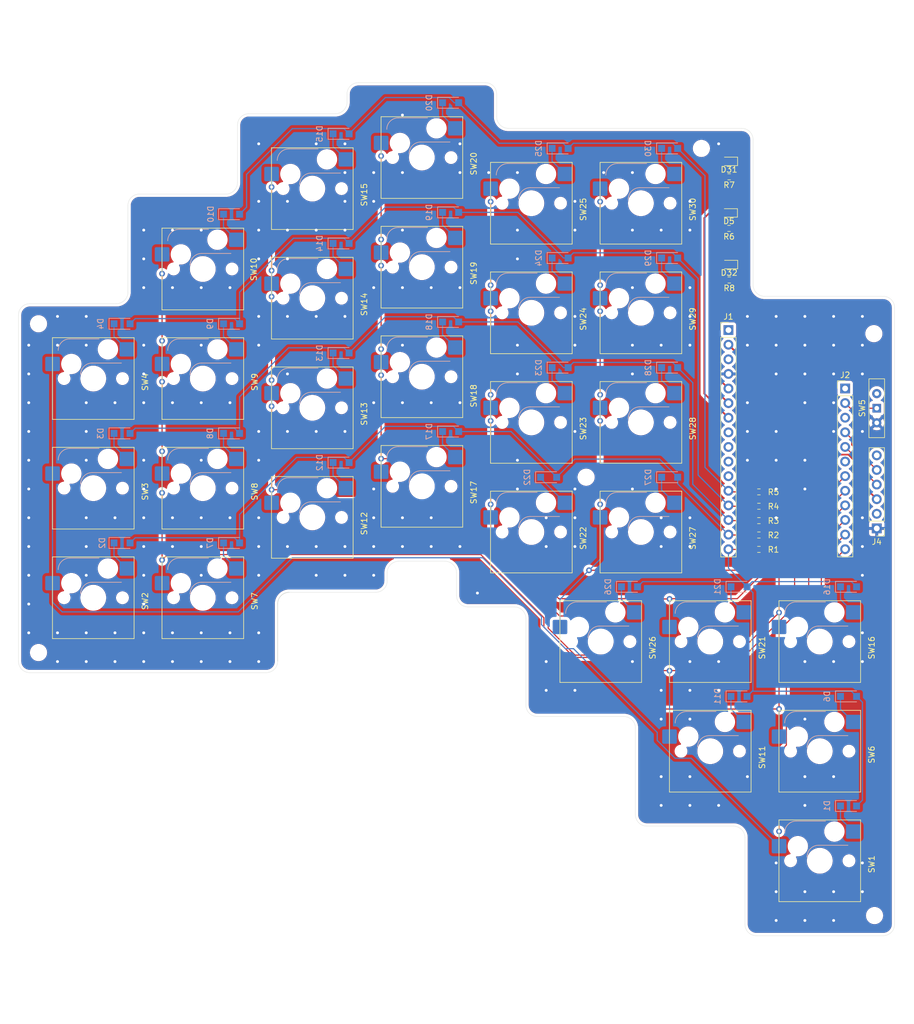
<source format=kicad_pcb>
(kicad_pcb (version 20240108) (generator "pcbnew") (generator_version "8.0")
  (layers (0 "F.Cu" signal) (31 "B.Cu" signal) (34 "B.Paste" user) (35 "F.Paste" user) (36 "B.SilkS" user "B.Silkscreen") (37 "F.SilkS" user "F.Silkscreen") (38 "B.Mask" user) (39 "F.Mask" user) (44 "Edge.Cuts" user))
  (net 0 "")
  (net 1 "/Row_0")
  (net 2 "Net-(D1-K)")
  (net 3 "/Row_1")
  (net 4 "Net-(D2-K)")
  (net 5 "/Row_2")
  (net 6 "Net-(D3-K)")
  (net 7 "/Row_3")
  (net 8 "Net-(D4-K)")
  (net 9 "/Row_4")
  (net 10 "Net-(D6-K)")
  (net 11 "Net-(D7-K)")
  (net 12 "Net-(D8-K)")
  (net 13 "Net-(D9-K)")
  (net 14 "Net-(D10-K)")
  (net 15 "Net-(D11-K)")
  (net 16 "Net-(D12-K)")
  (net 17 "Net-(D13-K)")
  (net 18 "Net-(D14-K)")
  (net 19 "Net-(D15-K)")
  (net 20 "Net-(D16-K)")
  (net 21 "Net-(D17-K)")
  (net 22 "Net-(D18-K)")
  (net 23 "Net-(D19-K)")
  (net 24 "Net-(D20-K)")
  (net 25 "Net-(D21-K)")
  (net 26 "Net-(D22-K)")
  (net 27 "Net-(D23-K)")
  (net 28 "Net-(D24-K)")
  (net 29 "Net-(D25-K)")
  (net 30 "Net-(D26-K)")
  (net 31 "Net-(D27-K)")
  (net 32 "Net-(D28-K)")
  (net 33 "Net-(D29-K)")
  (net 34 "Net-(D30-K)")
  (net 35 "/Col_3")
  (net 36 "/Col_1")
  (net 37 "/Col_5")
  (net 38 "/Col_4")
  (net 39 "/Col_0")
  (net 40 "/Col_2")
  (net 42 "Net-(D5-A)")
  (net 43 "GNDREF")
  (net 44 "Net-(D31-A)")
  (net 45 "+3.3V")
  (net 47 "Net-(D32-A)")
  (net 48 "/RED_LED")
  (net 49 "/GREEN_LED")
  (net 51 "/BLUE_LED")
  (net 54 "/UART_TX")
  (net 56 "/EN")
  (net 57 "/UART_RX")
  (footprint "MountingHole:MountingHole_2.5mm" (layer "F.Cu") (at 115.95 100.95)
    (property "Reference" "H4" (hide yes))
    (property "Value" "MountingHole" (hide yes))
  )
  (footprint "PCM_Switch_Keyboard_Hotswap_Kailh:SW_Hotswap_Kailh_MX_1.00u" (layer "F.Cu") (at 30.225 102.855)
    (property "Reference" "SW3")
    (property "Value" "SW_Push" (hide yes))
  )
  (footprint "PCM_Switch_Keyboard_Hotswap_Kailh:SW_Hotswap_Kailh_MX_1.00u" (layer "F.Cu") (at 125.475 91.425)
    (property "Reference" "SW28")
    (property "Value" "SW_Push" (hide yes))
  )
  (footprint "PCM_Switch_Keyboard_Hotswap_Kailh:SW_Hotswap_Kailh_MX_1.00u" (layer "F.Cu") (at 49.275 83.805)
    (property "Reference" "SW9")
    (property "Value" "SW_Push" (hide yes))
  )
  (footprint "PCM_Switch_Keyboard_Hotswap_Kailh:SW_Hotswap_Kailh_MX_1.00u" (layer "F.Cu") (at 125.475 110.475)
    (property "Reference" "SW27")
    (property "Value" "SW_Push" (hide yes))
  )
  (footprint "PCM_Switch_Keyboard_Hotswap_Kailh:SW_Hotswap_Kailh_MX_1.00u" (layer "F.Cu") (at 118.49 129.525)
    (property "Reference" "SW26")
    (property "Value" "SW_Push" (hide yes))
  )
  (footprint "MountingHole:MountingHole_2.5mm" (layer "F.Cu") (at 20.7 131.43)
    (property "Reference" "H1" (hide yes))
    (property "Value" "MountingHole" (hide yes))
  )
  (footprint "Resistor_SMD:R_0603_1608Metric" (layer "F.Cu") (at 140.845 66.668 180)
    (property "Reference" "R8")
    (property "Value" "R_US" (hide yes))
  )
  (footprint "LED_SMD:LED_0603_1608Metric" (layer "F.Cu") (at 140.825 63.984 180)
    (property "Reference" "D32")
    (property "Value" "LED" (hide yes))
  )
  (footprint "PCM_Switch_Keyboard_Hotswap_Kailh:SW_Hotswap_Kailh_MX_1.00u" (layer "F.Cu") (at 87.375 83.4875)
    (property "Reference" "SW18")
    (property "Value" "SW_Push" (hide yes))
  )
  (footprint "LED_SMD:LED_0603_1608Metric" (layer "F.Cu") (at 140.785 55.016 180)
    (property "Reference" "D5")
    (property "Value" "LED" (hide yes))
  )
  (footprint "PCM_Switch_Keyboard_Hotswap_Kailh:SW_Hotswap_Kailh_MX_1.00u" (layer "F.Cu") (at 106.425 110.475)
    (property "Reference" "SW22")
    (property "Value" "SW_Push" (hide yes))
  )
  (footprint "MountingHole:MountingHole_2.5mm" (layer "F.Cu") (at 20.7 74.28)
    (property "Reference" "H3" (hide yes))
    (property "Value" "MountingHole" (hide yes))
  )
  (footprint "PCM_Switch_Keyboard_Hotswap_Kailh:SW_Hotswap_Kailh_MX_1.00u" (layer "F.Cu") (at 68.325 107.935)
    (property "Reference" "SW12")
    (property "Value" "SW_Push" (hide yes))
  )
  (footprint "PCM_Switch_Keyboard_Hotswap_Kailh:SW_Hotswap_Kailh_MX_1.00u" (layer "F.Cu") (at 106.425 72.375)
    (property "Reference" "SW24")
    (property "Value" "SW_Push" (hide yes))
  )
  (footprint "Resistor_SMD:R_0603_1608Metric" (layer "F.Cu") (at 146 108.5 180)
    (property "Reference" "R3")
    (property "Value" "R_US" (hide yes))
  )
  (footprint "PCM_Switch_Keyboard_Hotswap_Kailh:SW_Hotswap_Kailh_MX_1.00u" (layer "F.Cu") (at 68.325 88.885)
    (property "Reference" "SW13")
    (property "Value" "SW_Push" (hide yes))
  )
  (footprint "PCM_Switch_Keyboard_Hotswap_Kailh:SW_Hotswap_Kailh_MX_1.00u" (layer "F.Cu") (at 87.375 45.3875)
    (property "Reference" "SW20")
    (property "Value" "SW_Push" (hide yes))
  )
  (footprint "PCM_Switch_Keyboard_Hotswap_Kailh:SW_Hotswap_Kailh_MX_1.00u" (layer "F.Cu") (at 125.475 72.375)
    (property "Reference" "SW29")
    (property "Value" "SW_Push" (hide yes))
  )
  (footprint "PCM_Switch_Keyboard_Hotswap_Kailh:SW_Hotswap_Kailh_MX_1.00u" (layer "F.Cu") (at 49.275 64.755)
    (property "Reference" "SW10")
    (property "Value" "SW_Push" (hide yes))
  )
  (footprint "Connector_PinHeader_2.54mm:PinHeader_1x16_P2.54mm_Vertical" (layer "F.Cu") (at 140.705 75.375)
    (property "Reference" "J1")
    (property "Value" "Adafruit_Feather_16_pin" (hide yes))
  )
  (footprint "Resistor_SMD:R_0603_1608Metric" (layer "F.Cu") (at 140.805 57.7 180)
    (property "Reference" "R6")
    (property "Value" "R_US" (hide yes))
  )
  (footprint "PCM_Switch_Keyboard_Hotswap_Kailh:SW_Hotswap_Kailh_MX_1.00u" (layer "F.Cu") (at 30.225 83.805)
    (property "Reference" "SW4")
    (property "Value" "SW_Push" (hide yes))
  )
  (footprint "PCM_Switch_Keyboard_Hotswap_Kailh:SW_Hotswap_Kailh_MX_1.00u" (layer "F.Cu") (at 137.54 148.575)
    (property "Reference" "SW11")
    (property "Value" "SW_Push" (hide yes))
  )
  (footprint "PCM_Switch_Keyboard_Hotswap_Kailh:SW_Hotswap_Kailh_MX_1.00u" (layer "F.Cu") (at 49.275 121.905)
    (property "Reference" "SW7")
    (property "Value" "SW_Push" (hide yes))
  )
  (footprint "PCM_Switch_Keyboard_Hotswap_Kailh:SW_Hotswap_Kailh_MX_1.00u" (layer "F.Cu") (at 30.225 121.905)
    (property "Reference" "SW2")
    (property "Value" "SW_Push" (hide yes))
  )
  (footprint "LED_SMD:LED_0603_1608Metric" (layer "F.Cu") (at 140.805 46.048 180)
    (property "Reference" "D31")
    (property "Value" "LED" (hide yes))
  )
  (footprint "PCM_Switch_Keyboard_Hotswap_Kailh:SW_Hotswap_Kailh_MX_1.00u" (layer "F.Cu") (at 137.54 129.525)
    (property "Reference" "SW21")
    (property "Value" "SW_Push" (hide yes))
  )
  (footprint "Resistor_SMD:R_0603_1608Metric" (layer "F.Cu") (at 146 106 180)
    (property "Reference" "R4")
    (property "Value" "R_US" (hide yes))
  )
  (footprint "Button_Switch_THT:SW_Slide-03_Wuerth-WS-SLTV_10x2.5x6.4_P2.54mm" (layer "F.Cu") (at 166.5 88.96 90)
    (property "Reference" "SW5")
    (property "Value" "Power enable" (hide yes))
  )
  (footprint "MountingHole:MountingHole_2.5mm" (layer "F.Cu") (at 136 43.8)
    (property "Reference" "H5" (hide yes))
    (property "Value" "MountingHole" (hide yes))
  )
  (footprint "PCM_Switch_Keyboard_Hotswap_Kailh:SW_Hotswap_Kailh_MX_1.00u" (layer "F.Cu") (at 87.375 64.4375)
    (property "Reference" "SW19")
    (property "Value" "SW_Push" (hide yes))
  )
  (footprint "PCM_Switch_Keyboard_Hotswap_Kailh:SW_Hotswap_Kailh_MX_1.00u" (layer "F.Cu") (at 106.425 91.425)
    (property "Reference" "SW23")
    (property "Value" "SW_Push" (hide yes))
  )
  (footprint "Connector_PinHeader_2.54mm:PinHeader_1x06_P2.54mm_Vertical" (layer "F.Cu") (at 166.5 109.85 180)
    (property "Reference" "J4")
    (property "Value" "FTDI UART" (hide yes))
  )
  (footprint "PCM_Switch_Keyboard_Hotswap_Kailh:SW_Hotswap_Kailh_MX_1.00u" (layer "F.Cu") (at 68.325 69.835)
    (property "Reference" "SW14")
    (property "Value" "SW_Push" (hide yes))
  )
  (footprint "MountingHole:MountingHole_2.5mm" (layer "F.Cu") (at 166.115 177.15)
    (property "Reference" "H2" (hide yes))
    (property "Value" "MountingHole" (hide yes))
  )
  (footprint "PCM_Switch_Keyboard_Hotswap_Kailh:SW_Hotswap_Kailh_MX_1.00u" (layer "F.Cu") (at 68.325 50.785)
    (property "Reference" "SW15")
    (property "Value" "SW_Push" (hide yes))
  )
  (footprint "Resistor_SMD:R_0603_1608Metric" (layer "F.Cu") (at 146 111 180)
    (property "Reference" "R2")
    (property "Value" "R_US" (hide yes))
  )
  (footprint "PCM_Switch_Keyboard_Hotswap_Kailh:SW_Hotswap_Kailh_MX_1.00u" (layer "F.Cu") (at 156.59 148.575)
    (property "Reference" "SW6")
    (property "Value" "SW_Push" (hide yes))
  )
  (footprint "Connector_PinHeader_2.54mm:PinHeader_1x12_P2.54mm_Vertical" (layer "F.Cu") (at 161 85.525)
    (property "Reference" "J2")
    (property "Value" "Adafruit_feather_12_pin" (hide yes))
  )
  (footprint "PCM_Switch_Keyboard_Hotswap_Kailh:SW_Hotswap_Kailh_MX_1.00u" (layer "F.Cu") (at 156.59 129.525)
    (property "Reference" "SW16")
    (property "Value" "SW_Push" (hide yes))
  )
  (footprint "Resistor_SMD:R_0603_1608Metric" (layer "F.Cu") (at 140.825 48.732 180)
    (property "Reference" "R7")
    (property "Value" "R_US" (hide yes))
  )
  (footprint "PCM_Switch_Keyboard_Hotswap_Kailh:SW_Hotswap_Kailh_MX_1.00u" (layer "F.Cu") (at 106.425 53.325)
    (property "Reference" "SW25")
    (property "Value" "SW_Push" (hide yes))
  )
  (footprint "Resistor_SMD:R_0603_1608Metric" (layer "F.Cu") (at 146 113.5 180)
    (property "Reference" "R1")
    (property "Value" "R_US" (hide yes))
  )
  (footprint "MountingHole:MountingHole_2.5mm" (layer "F.Cu") (at 166 76)
    (property "Reference" "H6" (hide yes))
    (property "Value" "MountingHole" (hide yes))
  )
  (footprint "PCM_Switch_Keyboard_Hotswap_Kailh:SW_Hotswap_Kailh_MX_1.00u" (layer "F.Cu") (at 87.375 102.5375)
    (property "Reference" "SW17")
    (property "Value" "SW_Push" (hide yes))
  )
  (footprint "PCM_Switch_Keyboard_Hotswap_Kailh:SW_Hotswap_Kailh_MX_1.00u" (layer "F.Cu") (at 125.475 53.325)
    (property "Reference" "SW30")
    (property "Value" "SW_Push" (hide yes))
  )
  (footprint "PCM_Switch_Keyboard_Hotswap_Kailh:SW_Hotswap_Kailh_MX_1.00u" (layer "F.Cu") (at 156.59 167.625)
    (property "Reference" "SW1")
    (property "Value" "SW_Push" (hide yes))
  )
  (footprint "Resistor_SMD:R_0603_1608Metric" (layer "F.Cu") (at 146 103.5 180)
    (property "Reference" "R5")
    (property "Value" "R_US" (hide yes))
  )
  (footprint "PCM_Switch_Keyboard_Hotswap_Kailh:SW_Hotswap_Kailh_MX_1.00u" (layer "F.Cu") (at 49.275 102.855)
    (property "Reference" "SW8")
    (property "Value" "SW_Push" (hide yes))
  )
  (footprint "Diode_SMD:Nexperia_CFP3_SOD-123W" (layer "B.Cu") (at 54.275 112.38)
    (property "Reference" "D7")
    (property "Value" "D" (hide yes))
  )
  (footprint "Diode_SMD:Nexperia_CFP3_SOD-123W" (layer "B.Cu") (at 92.375 54.9125)
    (property "Reference" "D19")
    (property "Value" "D" (hide yes))
  )
  (footprint "Diode_SMD:Nexperia_CFP3_SOD-123W" (layer "B.Cu") (at 73.325 41.26)
    (property "Reference" "D15")
    (property "Value" "D" (hide yes))
  )
  (footprint "Diode_SMD:Nexperia_CFP3_SOD-123W" (layer "B.Cu") (at 92.375 93.0125)
    (property "Reference" "D17")
    (property "Value" "D" (hide yes))
  )
  (footprint "Diode_SMD:Nexperia_CFP3_SOD-123W" (layer "B.Cu") (at 111.425 62.85)
    (property "Reference" "D24")
    (property "Value" "D" (hide yes))
  )
  (footprint "Diode_SMD:Nexperia_CFP3_SOD-123W" (layer "B.Cu") (at 111.425 43.8)
    (property "Reference" "D25")
    (property "Value" "D" (hide yes))
  )
  (footprint "Diode_SMD:Nexperia_CFP3_SOD-123W" (layer "B.Cu") (at 54.275 74.28)
    (property "Reference" "D9")
    (property "Value" "D" (hide yes))
  )
  (footprint "Diode_SMD:Nexperia_CFP3_SOD-123W" (layer "B.Cu") (at 54.275 55.23)
    (property "Reference" "D10")
    (property "Value" "D" (hide yes))
  )
  (footprint "Diode_SMD:Nexperia_CFP3_SOD-123W" (layer "B.Cu") (at 73.325 98.41)
    (property "Reference" "D12")
    (property "Value" "D" (hide yes))
  )
  (footprint "Diode_SMD:Nexperia_CFP3_SOD-123W" (layer "B.Cu") (at 35.225 93.33)
    (property "Reference" "D3")
    (property "Value" "D" (hide yes))
  )
  (footprint "Diode_SMD:Nexperia_CFP3_SOD-123W" (layer "B.Cu") (at 161.59 120)
    (property "Reference" "D16")
    (property "Value" "D" (hide yes))
  )
  (footprint "Diode_SMD:Nexperia_CFP3_SOD-123W" (layer "B.Cu") (at 130.475 100.95)
    (property "Reference" "D27")
    (property "Value" "D" (hide yes))
  )
  (footprint "Diode_SMD:Nexperia_CFP3_SOD-123W" (layer "B.Cu") (at 73.325 79.36)
    (property "Reference" "D13")
    (property "Value" "D" (hide yes))
  )
  (footprint "Diode_SMD:Nexperia_CFP3_SOD-123W" (layer "B.Cu") (at 130.475 62.85)
    (property "Reference" "D29")
    (property "Value" "D" (hide yes))
  )
  (footprint "Diode_SMD:Nexperia_CFP3_SOD-123W" (layer "B.Cu") (at 92.375 35.8625)
    (property "Reference" "D20")
    (property "Value" "D" (hide yes))
  )
  (footprint "Diode_SMD:Nexperia_CFP3_SOD-123W" (layer "B.Cu") (at 142.54 120)
    (property "Reference" "D21")
    (property "Value" "D")
  )
  (footprint "Diode_SMD:Nexperia_CFP3_SOD-123W" (layer "B.Cu") (at 35.225 112.38)
    (property "Reference" "D2")
    (property "Value" "D" (hide yes))
  )
  (footprint "Diode_SMD:Nexperia_CFP3_SOD-123W" (layer "B.Cu") (at 54.275 93.33)
    (property "Reference" "D8")
    (property "Value" "D" (hide yes))
  )
  (footprint "Diode_SMD:Nexperia_CFP3_SOD-123W" (layer "B.Cu") (at 123.49 120)
    (property "Reference" "D26")
    (property "Value" "D")
  )
  (footprint "Diode_SMD:Nexperia_CFP3_SOD-123W" (layer "B.Cu") (at 142.54 139.05)
    (property "Reference" "D11")
    (property "Value" "D" (hide yes))
  )
  (footprint "Diode_SMD:Nexperia_CFP3_SOD-123W" (layer "B.Cu") (at 109.425 100.95)
    (property "Reference" "D22")
    (property "Value" "D" (hide yes))
  )
  (footprint "Diode_SMD:Nexperia_CFP3_SOD-123W" (layer "B.Cu") (at 92.375 73.9625)
    (property "Reference" "D18")
    (property "Value" "D" (hide yes))
  )
  (footprint "Diode_SMD:Nexperia_CFP3_SOD-123W" (layer "B.Cu") (at 130.475 43.8)
    (property "Reference" "D30")
    (property "Value" "D" (hide yes))
  )
  (footprint "Diode_SMD:Nexperia_CFP3_SOD-123W" (layer "B.Cu") (at 73.325 60.31)
    (property "Reference" "D14")
    (property "Value" "D" (hide yes))
  )
  (footprint "Diode_SMD:Nexperia_CFP3_SOD-123W" (layer "B.Cu") (at 130.475 81.9)
    (property "Reference" "D28")
    (property "Value" "D" (hide yes))
  )
  (footprint "Diode_SMD:Nexperia_CFP3_SOD-123W" (layer "B.Cu") (at 161.59 158.1)
    (property "Reference" "D1")
    (property "Value" "D" (hide yes))
  )
  (footprint "Diode_SMD:Nexperia_CFP3_SOD-123W" (layer "B.Cu") (at 111.425 81.9)
    (property "Reference" "D23")
    (property "Value" "D" (hide yes))
  )
  (footprint "Diode_SMD:Nexperia_CFP3_SOD-123W" (layer "B.Cu") (at 35.225 74.28)
    (property "Reference" "D4")
    (property "Value" "D" (hide yes))
  )
  (footprint "Diode_SMD:Nexperia_CFP3_SOD-123W" (layer "B.Cu") (at 161.59 139.05)
    (property "Reference" "D6")
    (property "Value" "D" (hide yes))
  )
  (gr_arc (start 74.35 35.76) (mid 73.764214 37.174214) (end 72.35 37.76) (stroke (width 0.05)) (layer "Edge.Cuts"))
  (gr_arc (start 103.465 123.5) (mid 104.879214 124.085786) (end 105.465 125.5) (stroke (width 0.05)) (layer "Edge.Cuts"))
  (gr_arc (start 91.4 115.5625) (mid 92.814214 116.148286) (end 93.4 117.5625) (stroke (width 0.05)) (layer "Edge.Cuts"))
  (gr_line (start 95.4 123.5) (end 103.465 123.5) (stroke (width 0.05)) (layer "Edge.Cuts"))
  (gr_line (start 102.4 40.3) (end 143 40.3) (stroke (width 0.05)) (layer "Edge.Cuts"))
  (gr_line (start 124.515 144.55) (end 124.515 159.6) (stroke (width 0.05)) (layer "Edge.Cuts"))
  (gr_line (start 76.35 32.3625) (end 98.4 32.3625) (stroke (width 0.05)) (layer "Edge.Cuts"))
  (gr_arc (start 36.25 53.73) (mid 36.835786 52.315786) (end 38.25 51.73) (stroke (width 0.05)) (layer "Edge.Cuts"))
  (gr_arc (start 62.3 122.96) (mid 62.885786 121.545786) (end 64.3 120.96) (stroke (width 0.1)) (layer "Edge.Cuts"))
  (gr_line (start 19.2 134.93) (end 60.3 134.93) (stroke (width 0.05)) (layer "Edge.Cuts"))
  (gr_arc (start 62.3 132.93) (mid 61.714214 134.344214) (end 60.3 134.93) (stroke (width 0.05)) (layer "Edge.Cuts"))
  (gr_arc (start 74.35 34.3625) (mid 74.935786 32.948286) (end 76.35 32.3625) (stroke (width 0.05)) (layer "Edge.Cuts"))
  (gr_arc (start 141.565 161.6) (mid 142.979214 162.185786) (end 143.565 163.6) (stroke (width 0.05)) (layer "Edge.Cuts"))
  (gr_line (start 93.4 117.5625) (end 93.4 121.5) (stroke (width 0.05)) (layer "Edge.Cuts"))
  (gr_arc (start 19.2 134.93) (mid 17.785786 134.344214) (end 17.2 132.93) (stroke (width 0.05)) (layer "Edge.Cuts"))
  (gr_line (start 62.3 122.96) (end 62.3 132.93) (stroke (width 0.1)) (layer "Edge.Cuts"))
  (gr_arc (start 102.4 40.3) (mid 100.985786 39.714214) (end 100.4 38.3) (stroke (width 0.05)) (layer "Edge.Cuts"))
  (gr_arc (start 17.2 72.78) (mid 17.785786 71.365786) (end 19.2 70.78) (stroke (width 0.05)) (layer "Edge.Cuts"))
  (gr_line (start 34.25 70.78) (end 19.2 70.78) (stroke (width 0.05)) (layer "Edge.Cuts"))
  (gr_line (start 145.565 180.65) (end 167.615 180.65) (stroke (width 0.05)) (layer "Edge.Cuts"))
  (gr_line (start 74.35 34.3625) (end 74.35 35.76) (stroke (width 0.05)) (layer "Edge.Cuts"))
  (gr_arc (start 122.515 142.55) (mid 123.929214 143.135786) (end 124.515 144.55) (stroke (width 0.05)) (layer "Edge.Cuts"))
  (gr_line (start 147 69.5) (end 167.615 69.5) (stroke (width 0.05)) (layer "Edge.Cuts"))
  (gr_arc (start 167.615 69.5) (mid 169.029214 70.085786) (end 169.615 71.5) (stroke (width 0.05)) (layer "Edge.Cuts"))
  (gr_arc (start 81.35 118.96) (mid 80.764214 120.374214) (end 79.35 120.96) (stroke (width 0.05)) (layer "Edge.Cuts"))
  (gr_line (start 36.25 53.73) (end 36.25 68.78) (stroke (width 0.05)) (layer "Edge.Cuts"))
  (gr_line (start 55.3 39.76) (end 55.3 49.73) (stroke (width 0.05)) (layer "Edge.Cuts"))
  (gr_arc (start 143 40.3) (mid 144.414214 40.885786) (end 145 42.3) (stroke (width 0.05)) (layer "Edge.Cuts"))
  (gr_arc (start 107.465 142.55) (mid 106.050786 141.964214) (end 105.465 140.55) (stroke (width 0.05)) (layer "Edge.Cuts"))
  (gr_line (start 72.35 37.76) (end 57.3 37.76) (stroke (width 0.05)) (layer "Edge.Cuts"))
  (gr_arc (start 55.3 49.73) (mid 54.714214 51.144214) (end 53.3 51.73) (stroke (width 0.05)) (layer "Edge.Cuts"))
  (gr_arc (start 126.515 161.6) (mid 125.100786 161.014214) (end 124.515 159.6) (stroke (width 0.05)) (layer "Edge.Cuts"))
  (gr_line (start 143.565 163.6) (end 143.565 178.65) (stroke (width 0.05)) (layer "Edge.Cuts"))
  (gr_arc (start 36.25 68.78) (mid 35.664214 70.194214) (end 34.25 70.78) (stroke (width 0.05)) (layer "Edge.Cuts"))
  (gr_arc (start 169.615 178.65) (mid 169.029214 180.064214) (end 167.615 180.65) (stroke (width 0.05)) (layer "Edge.Cuts"))
  (gr_arc (start 147 69.5) (mid 145.585786 68.914214) (end 145 67.5) (stroke (width 0.05)) (layer "Edge.Cuts"))
  (gr_line (start 145 42.3) (end 145 67.5) (stroke (width 0.05)) (layer "Edge.Cuts"))
  (gr_arc (start 98.4 32.3625) (mid 99.814214 32.948286) (end 100.4 34.3625) (stroke (width 0.05)) (layer "Edge.Cuts"))
  (gr_line (start 81.35 118.96) (end 81.35 117.5625) (stroke (width 0.05)) (layer "Edge.Cuts"))
  (gr_line (start 17.2 72.78) (end 17.2 132.93) (stroke (width 0.05)) (layer "Edge.Cuts"))
  (gr_arc (start 55.3 39.76) (mid 55.885786 38.345786) (end 57.3 37.76) (stroke (width 0.05)) (layer "Edge.Cuts"))
  (gr_line (start 100.4 38.3) (end 100.4 34.3625) (stroke (width 0.05)) (layer "Edge.Cuts"))
  (gr_line (start 107.465 142.55) (end 122.515 142.55) (stroke (width 0.05)) (layer "Edge.Cuts"))
  (gr_line (start 126.515 161.6) (end 141.565 161.6) (stroke (width 0.05)) (layer "Edge.Cuts"))
  (gr_line (start 83.35 115.5625) (end 91.4 115.5625) (stroke (width 0.05)) (layer "Edge.Cuts"))
  (gr_arc (start 95.4 123.5) (mid 93.985786 122.914214) (end 93.4 121.5) (stroke (width 0.05)) (layer "Edge.Cuts"))
  (gr_line (start 105.465 125.5) (end 105.465 140.55) (stroke (width 0.05)) (layer "Edge.Cuts"))
  (gr_arc (start 81.35 117.5625) (mid 81.935786 116.148286) (end 83.35 115.5625) (stroke (width 0.05)) (layer "Edge.Cuts"))
  (gr_line (start 64.3 120.96) (end 79.35 120.96) (stroke (width 0.05)) (layer "Edge.Cuts"))
  (gr_line (start 53.3 51.73) (end 38.25 51.73) (stroke (width 0.05)) (layer "Edge.Cuts"))
  (gr_arc (start 145.565 180.65) (mid 144.150786 180.064214) (end 143.565 178.65) (stroke (width 0.05)) (layer "Edge.Cuts"))
  (gr_line (start 169.615 71.5) (end 169.615 178.65) (stroke (width 0.05)) (layer "Edge.Cuts"))
  (segment (start 145.175 113.5) (end 140.73 113.5) (width 0.2) (layer "F.Cu") (net 1))
  (segment (start 140.73 113.5) (end 140.705 113.475) (width 0.2) (layer "F.Cu") (net 1))
  (segment (start 162.99 139.05) (end 164.007 140.067) (width 0.2) (layer "B.Cu") (net 1))
  (segment (start 143.94 120) (end 143.04 119.1) (width 0.2) (layer "B.Cu") (net 1))
  (segment (start 162.09 138.15) (end 162.99 139.05) (width 0.2) (layer "B.Cu") (net 1))
  (segment (start 144.957 138.033) (end 143.94 139.05) (width 0.2) (layer "B.Cu") (net 1))
  (segment (start 164.007 157.083) (end 162.99 158.1) (width 0.2) (layer "B.Cu") (net 1))
  (segment (start 144.84 119.1) (end 162.09 119.1) (width 0.2) (layer "B.Cu") (net 1))
  (segment (start 144.957 121.017) (end 144.957 138.033) (width 0.2) (layer "B.Cu") (net 1))
  (segment (start 140.705 116.765) (end 143.94 120) (width 0.2) (layer "B.Cu") (net 1))
  (segment (start 125.79 119.1) (end 124.89 120) (width 0.2) (layer "B.Cu") (net 1))
  (segment (start 143.04 119.1) (end 125.79 119.1) (width 0.2) (layer "B.Cu") (net 1))
  (segment (start 164.007 140.067) (end 164.007 157.083) (width 0.2) (layer "B.Cu") (net 1))
  (segment (start 143.94 120) (end 144.84 119.1) (width 0.2) (layer "B.Cu") (net 1))
  (segment (start 143.94 120) (end 144.957 121.017) (width 0.2) (layer "B.Cu") (net 1))
  (segment (start 143.94 139.05) (end 144.84 138.15) (width 0.2) (layer "B.Cu") (net 1))
  (segment (start 144.84 138.15) (end 162.09 138.15) (width 0.2) (layer "B.Cu") (net 1))
  (segment (start 140.705 113.475) (end 140.705 116.765) (width 0.2) (layer "B.Cu") (net 1))
  (segment (start 162.09 119.1) (end 162.99 120) (width 0.2) (layer "B.Cu") (net 1))
  (segment (start 160.19 160.303) (end 162.432 162.545) (width 0.2) (layer "B.Cu") (net 2))
  (segment (start 160.19 158.1) (end 160.19 160.303) (width 0.2) (layer "B.Cu") (net 2))
  (segment (start 145.175 111) (end 140.77 111) (width 0.2) (layer "F.Cu") (net 3))
  (segment (start 140.77 111) (end 140.705 110.935) (width 0.2) (layer "F.Cu") (net 3))
  (segment (start 74.725 98.41) (end 73.825 97.51) (width 0.2) (layer "B.Cu") (net 3))
  (segment (start 55.675 112.38) (end 54.775 111.48) (width 0.2) (layer "B.Cu") (net 3))
  (segment (start 81.0225 92.1125) (end 74.725 98.41) (width 0.2) (layer "B.Cu") (net 3))
  (segment (start 110.825 100.95) (end 102.8875 93.0125) (width 0.2) (layer "B.Cu") (net 3))
  (segment (start 65.59 97.51) (end 55.675 107.425) (width 0.2) (layer "B.Cu") (net 3))
  (segment (start 54.775 111.48) (end 37.525 111.48) (width 0.2) (layer "B.Cu") (net 3))
  (segment (start 131.875 102.105) (end 131.875 100.95) (width 0.2) (layer "B.Cu") (net 3))
  (segment (start 113.975 97.8) (end 110.825 100.95) (width 0.2) (layer "B.Cu") (net 3))
  (segment (start 73.825 97.51) (end 65.59 97.51) (width 0.2) (layer "B.Cu") (net 3))
  (segment (start 131.875 100.95) (end 128.725 97.8) (width 0.2) (layer "B.Cu") (net 3))
  (segment (start 93.775 93.0125) (end 92.875 92.1125) (width 0.2) (layer "B.Cu") (net 3))
  (segment (start 102.8875 93.0125) (end 93.775 93.0125) (width 0.2) (layer "B.Cu") (net 3))
  (segment (start 140.705 110.935) (end 131.875 102.105) (width 0.2) (layer "B.Cu") (net 3))
  (segment (start 55.675 107.425) (end 55.675 112.38) (width 0.2) (layer "B.Cu") (net 3))
  (segment (start 37.525 111.48) (end 36.625 112.38) (width 0.2) (layer "B.Cu") (net 3))
  (segment (start 128.725 97.8) (end 113.975 97.8) (width 0.2) (layer "B.Cu") (net 3))
  (segment (start 92.875 92.1125) (end 81.0225 92.1125) (width 0.2) (layer "B.Cu") (net 3))
  (segment (start 33.825 114.583) (end 36.067 116.825) (width 0.2) (layer "B.Cu") (net 4))
  (segment (start 33.825 112.38) (end 33.825 114.583) (width 0.2) (layer "B.Cu") (net 4))
  (segment (start 140.81 108.5) (end 140.705 108.395) (width 0.2) (layer "F.Cu") (net 5))
  (segment (start 142.839452 108.5) (end 140.81 108.5) (width 0.2) (layer "F.Cu") (net 5))
  (segment (start 145.175 108.5) (end 142.839452 108.5) (width 0.2) (layer "F.Cu") (net 5))
  (segment (start 140.705 108.395) (end 134.500743 102.190743) (width 0.2) (layer "B.Cu") (net 5))
  (segment (start 112.025 81.9) (end 104.0875 73.9625) (width 0.2) (layer "B.Cu") (net 5))
  (segment (start 104.0875 73.9625) (end 93.775 73.9625) (width 0.2) (layer "B.Cu") (net 5))
  (segment (start 113.725 81) (end 112.825 81.9) (width 0.2) (layer "B.Cu") (net 5))
  (segment (start 134.500743 84.525743) (end 131.875 81.9) (width 0.2) (layer "B.Cu") (net 5))
  (segment (start 73.825 78.46) (end 64.19 78.46) (width 0.2) (layer "B.Cu") (net 5))
  (segment (start 93.775 73.9625) (end 92.875 73.0625) (width 0.2) (layer "B.Cu") (net 5))
  (segment (start 92.875 73.0625) (end 81.0225 73.0625) (width 0.2) (layer "B.Cu") (net 5))
  (segment (start 134.500743 102.190743) (end 134.500743 84.525743) (width 0.2) (layer "B.Cu") (net 5))
  (segment (start 37.525 92.43) (end 36.625 93.33) (width 0.2) (layer "B.Cu") (net 5))
  (segment (start 81.0225 73.0625) (end 74.725 79.36) (width 0.2) (layer "B.Cu") (net 5))
  (segment (start 112.825 81.9) (end 112.025 81.9) (width 0.2) (layer "B.Cu") (net 5))
  (segment (start 54.775 92.43) (end 37.525 92.43) (width 0.2) (layer "B.Cu") (net 5))
  (segment (start 130.975 81) (end 113.725 81) (width 0.2) (layer "B.Cu") (net 5))
  (segment (start 74.725 79.36) (end 73.825 78.46) (width 0.2) (layer "B.Cu") (net 5))
  (segment (start 55.675 86.975) (end 55.675 93.33) (width 0.2) (layer "B.Cu") (net 5))
  (segment (start 55.675 93.33) (end 54.775 92.43) (width 0.2) (layer "B.Cu") (net 5))
  (segment (start 64.19 78.46) (end 55.675 86.975) (width 0.2) (layer "B.Cu") (net 5))
  (segment (start 131.875 81.9) (end 130.975 81) (width 0.2) (layer "B.Cu") (net 5))
  (segment (start 33.825 93.33) (end 33.825 95.533) (width 0.2) (layer "B.Cu") (net 6))
  (segment (start 33.825 95.533) (end 36.067 97.775) (width 0.2) (layer "B.Cu") (net 6))
  (segment (start 140.85 106) (end 140.705 105.855) (width 0.2) (layer "F.Cu") (net 7))
  (segment (start 145.175 106) (end 140.85 106) (width 0.2) (layer "F.Cu") (net 7))
  (segment (start 92.875 54.0125) (end 81.0225 54.0125) (width 0.2) (layer "B.Cu") (net 7))
  (segment (start 81.0225 54.0125) (end 74.725 60.31) (width 0.2) (layer "B.Cu") (net 7))
  (segment (start 37.525 73.38) (end 36.625 74.28) (width 0.2) (layer "B.Cu") (net 7))
  (segment (start 104.0875 54.9125) (end 93.775 54.9125) (width 0.2) (layer "B.Cu") (net 7))
  (segment (start 113.725 61.95) (end 112.825 62.85) (width 0.2) (layer "B.Cu") (net 7))
  (segment (start 140.705 105.855) (end 135.434165 100.584165) (width 0.2) (layer "B.Cu") (net 7))
  (segment (start 55.675 74.28) (end 54.775 73.38) (width 0.2) (layer "B.Cu") (net 7))
  (segment (start 112.025 62.85) (end 104.0875 54.9125) (width 0.2) (layer "B.Cu") (net 7))
  (segment (start 131.875 62.85) (end 130.975 61.95) (width 0.2) (layer "B.Cu") (net 7))
  (segment (start 135.434165 100.584165) (end 135.434165 66.409165) (width 0.2) (layer "B.Cu") (net 7))
  (segment (start 130.975 61.95) (end 113.725 61.95) (width 0.2) (layer "B.Cu") (net 7))
  (segment (start 74.725 60.31) (end 73.825 59.41) (width 0.2) (layer "B.Cu") (net 7))
  (segment (start 135.434165 66.409165) (end 131.875 62.85) (width 0.2) (layer "B.Cu") (net 7))
  (segment (start 54.775 73.38) (end 37.525 73.38) (width 0.2) (layer "B.Cu") (net 7))
  (segment (start 65.04 59.41) (end 55.675 68.775) (width 0.2) (layer "B.Cu") (net 7))
  (segment (start 93.775 54.9125) (end 92.875 54.0125) (width 0.2) (layer "B.Cu") (net 7))
  (segment (start 112.825 62.85) (end 112.025 62.85) (width 0.2) (layer "B.Cu") (net 7))
  (segment (start 73.825 59.41) (end 65.04 59.41) (width 0.2) (layer "B.Cu") (net 7))
  (segment (start 55.675 68.775) (end 55.675 74.28) (width 0.2) (layer "B.Cu") (net 7))
  (segment (start 33.825 76.483) (end 36.067 78.725) (width 0.2) (layer "B.Cu") (net 8))
  (segment (start 33.825 74.28) (end 33.825 76.483) (width 0.2) (layer "B.Cu") (net 8))
  (segment (start 145.175 103.5) (end 140.89 103.5) (width 0.2) (layer "F.Cu") (net 9))
  (segment (start 140.89 103.5) (end 140.705 103.315) (width 0.2) (layer "F.Cu") (net 9))
  (segment (start 113.725 42.9) (end 112.825 43.8) (width 0.2) (layer "B.Cu") (net 9))
  (segment (start 136.624325 48.549325) (end 131.875 43.8) (width 0.2) (layer "B.Cu") (net 9))
  (segment (start 112.825 43.8) (end 111.925 42.9) (width 0.2) (layer "B.Cu") (net 9))
  (segment (start 100.8125 42.9) (end 93.775 35.8625) (width 0.2) (layer "B.Cu") (net 9))
  (segment (start 92.110188 34.9625) (end 81.0225 34.9625) (width 0.2) (layer "B.Cu") (net 9))
  (segment (start 64.84 40.36) (end 56.890748 48.309252) (width 0.2) (layer "B.Cu") (net 9))
  (segment (start 111.925 42.9) (end 100.8125 42.9) (width 0.2) (layer "B.Cu") (net 9))
  (segment (start 93.010188 35.8625) (end 92.110188 34.9625) (width 0.2) (layer "B.Cu") (net 9))
  (segment (start 74.725 41.26) (end 73.825 40.36) (width 0.2) (layer "B.Cu") (net 9))
  (segment (start 56.890748 54.014252) (end 55.675 55.23) (width 0.2) (layer "B.Cu") (net 9))
  (segment (start 136.624325 99.234325) (end 136.624325 48.549325) (width 0.2) (layer "B.Cu") (net 9))
  (segment (start 130.975 42.9) (end 113.725 42.9) (width 0.2) (layer "B.Cu") (net 9))
  (segment (start 73.825 40.36) (end 64.84 40.36) (width 0.2) (layer "B.Cu") (net 9))
  (segment (start 56.890748 48.309252) (end 56.890748 54.014252) (width 0.2) (layer "B.Cu") (net 9))
  (segment (start 93.775 35.8625) (end 93.010188 35.8625) (width 0.2) (layer "B.Cu") (net 9))
  (segment (start 131.875 43.8) (end 130.975 42.9) (width 0.2) (layer "B.Cu") (net 9))
  (segment (start 81.0225 34.9625) (end 74.725 41.26) (width 0.2) (layer "B.Cu") (net 9))
  (segment (start 140.705 103.315) (end 136.624325 99.234325) (width 0.2) (layer "B.Cu") (net 9))
  (segment (start 160.19 141.253) (end 162.432 143.495) (width 0.2) (layer "B.Cu") (net 10))
  (segment (start 160.19 139.05) (end 160.19 141.253) (width 0.2) (layer "B.Cu") (net 10))
  (segment (start 52.875 112.38) (end 52.875 114.583) (width 0.2) (layer "B.Cu") (net 11))
  (segment (start 52.875 114.583) (end 55.117 116.825) (width 0.2) (layer "B.Cu") (net 11))
  (segment (start 52.875 95.533) (end 55.117 97.775) (width 0.2) (layer "B.Cu") (net 12))
  (segment (start 52.875 93.33) (end 52.875 95.533) (width 0.2) (layer "B.Cu") (net 12))
  (segment (start 52.875 74.28) (end 52.875 76.483) (width 0.2) (layer "B.Cu") (net 13))
  (segment (start 52.875 76.483) (end 55.117 78.725) (width 0.2) (layer "B.Cu") (net 13))
  (segment (start 52.875 57.433) (end 55.117 59.675) (width 0.2) (layer "B.Cu") (net 14))
  (segment (start 52.875 55.23) (end 52.875 57.433) (width 0.2) (layer "B.Cu") (net 14))
  (segment (start 141.14 139.05) (end 141.14 141.253) (width 0.2) (layer "B.Cu") (net 15))
  (segment (start 141.14 141.253) (end 143.382 143.495) (width 0.2) (layer "B.Cu") (net 15))
  (segment (start 71.925 100.613) (end 74.167 102.855) (width 0.2) (layer "B.Cu") (net 16))
  (segment (start 71.925 98.41) (end 71.925 100.613) (width 0.2) (layer "B.Cu") (net 16))
  (segment (start 71.925 81.563) (end 74.167 83.805) (width 0.2) (layer "B.Cu") (net 17))
  (segment (start 71.925 79.36) (end 71.925 81.563) (width 0.2) (layer "B.Cu") (net 17))
  (segment (start 71.925 60.31) (end 71.925 62.513) (width 0.2) (layer "B.Cu") (net 18))
  (segment (start 71.925 62.513) (end 74.167 64.755) (width 0.2) (layer "B.Cu") (net 18))
  (segment (start 71.925 41.26) (end 71.925 43.463) (width 0.2) (layer "B.Cu") (net 19))
  (segment (start 71.925 43.463) (end 74.167 45.705) (width 0.2) (layer "B.Cu") (net 19))
  (segment (start 160.19 120) (end 160.19 122.203) (width 0.2) (layer "B.Cu") (net 20))
  (segment (start 160.19 122.203) (end 162.432 124.445) (width 0.2) (layer "B.Cu") (net 20))
  (segment (start 90.975 93.0125) (end 90.975 95.2155) (width 0.2) (layer "B.Cu") (net 21))
  (segment (start 90.975 95.2155) (end 93.217 97.4575) (width 0.2) (layer "B.Cu") (net 21))
  (segment (start 90.975 76.1655) (end 93.217 78.4075) (width 0.2) (layer "B.Cu") (net 22))
  (segment (start 90.975 73.9625) (end 90.975 76.1655) (width 0.2) (layer "B.Cu") (net 22))
  (segment (start 90.975 57.1155) (end 93.217 59.3575) (width 0.2) (layer "B.Cu") (net 23))
  (segment (start 90.975 54.9125) (end 90.975 57.1155) (width 0.2) (layer "B.Cu") (net 23))
  (segment (start 90.975 35.8625) (end 90.975 38.0655) (width 0.2) (layer "B.Cu") (net 24))
  (segment (start 90.975 38.0655) (end 93.217 40.3075) (width 0.2) (layer "B.Cu") (net 24))
  (segment (start 141.14 120) (end 141.14 122.203) (width 0.2) (layer "B.Cu") (net 25))
  (segment (start 141.14 122.203) (end 143.382 124.445) (width 0.2) (layer "B.Cu") (net 25))
  (segment (start 108.025 100.95) (end 108.025 101.153) (width 0.2) (layer "B.Cu") (net 26))
  (segment (start 108.025 101.153) (end 112.267 105.395) (width 0.2) (layer "B.Cu") (net 26))
  (segment (start 110.025 81.9) (end 110.025 84.103) (width 0.2) (layer "B.Cu") (net 27))
  (segment (start 110.025 84.103) (end 112.267 86.345) (width 0.2) (layer "B.Cu") (net 27))
  (segment (start 110.025 62.85) (end 110.025 65.053) (width 0.2) (layer "B.Cu") (net 28))
  (segment (start 110.025 65.053) (end 112.267 67.295) (width 0.2) (layer "B.Cu") (net 28))
  (segment (start 110.025 43.8) (end 110.025 46.003) (width 0.2) (layer "B.Cu") (net 29))
  (segment (start 110.025 46.003) (end 112.267 48.245) (width 0.2) (layer "B.Cu") (net 29))
  (segment (start 122.09 120) (end 122.09 122.203) (width 0.2) (layer "B.Cu") (net 30))
  (segment (start 122.09 122.203) (end 124.332 124.445) (width 0.2) (layer "B.Cu") (net 30))
  (segment (start 129.075 100.95) (end 129.075 103.153) (width 0.2) (layer "B.Cu") (net 31))
  (segment (start 129.075 103.153) (end 131.317 105.395) (width 0.2) (layer "B.Cu") (net 31))
  (segment (start 129.075 84.103) (end 131.317 86.345) (width 0.2) (layer "B.Cu") (net 32))
  (segment (start 129.075 81.9) (end 129.075 84.103) (width 0.2) (layer "B.Cu") (net 32))
  (segment (start 129.075 65.053) (end 131.317 67.295) (width 0.2) (layer "B.Cu") (net 33))
  (segment (start 129.075 62.85) (end 129.075 65.053) (width 0.2) (layer "B.Cu") (net 33))
  (segment (start 129.075 43.8) (end 129.075 46.003) (width 0.2) (layer "B.Cu") (net 34))
  (segment (start 129.075 46.003) (end 131.317 48.245) (width 0.2) (layer "B.Cu") (net 34))
  (segment (start 80.288174 78.674896) (end 80.291826 78.678548) (width 0.2) (layer "F.Cu") (net 35))
  (segment (start 80.288174 97.724896) (end 80.291826 97.728548) (width 0.2) (layer "F.Cu") (net 35))
  (segment (start 80.288174 83.216452) (end 80.288174 97.724896) (width 0.2) (layer "F.Cu") (net 35))
  (segment (start 149.505 124.477544) (end 142.107544 131.875) (width 0.2) (layer "F.Cu") (net 35))
  (segment (start 89.725 103.452111) (end 89.725 101.564098) (width 0.2) (layer "F.Cu") (net 35))
  (segment (start 149.505 117.34) (end 149.505 124.477544) (width 0.2) (layer "F.Cu") (net 35))
  (segment (start 124.187588 131.875) (end 117.390132 125.077544) (width 0.2) (layer "F.Cu") (net 35))
  (segment (start 85.88945 97.728548) (end 80.291826 97.728548) (width 0.2) (layer "F.Cu") (net 35))
  (segment (start 117.390132 125.077544) (end 111.350433 125.077544) (width 0.2) (layer "F.Cu") (net 35))
  (segment (start 80.288174 59.624896) (end 80.291826 59.628548) (width 0.2) (layer "F.Cu") (net 35))
  (segment (start 161 105.845) (end 149.505 117.34) (width 0.2) (layer "F.Cu") (net 35))
  (segment (start 80.288174 64.166452) (end 80.288174 78.674896) (width 0.2) (layer "F.Cu") (net 35))
  (segment (start 111.350433 125.077544) (end 89.725 103.452111) (width 0.2) (layer "F.Cu") (net 35))
  (segment (start 142.107544 131.875) (end 124.187588 131.875) (width 0.2) (layer "F.Cu") (net 35))
  (segment (start 89.725 101.564098) (end 85.88945 97.728548) (width 0.2) (layer "F.Cu") (net 35))
  (segment (start 80.288174 45.116452) (end 80.288174 59.624896) (width 0.2) (layer "F.Cu") (net 35))
  (via (at 149.505 124.477544) (size 1) (drill 0.5) (layers "F.Cu" "B.Cu") (net 35))
  (via (at 80.288174 83.216452) (size 1) (drill 0.5) (layers "F.Cu" "B.Cu") (net 35))
  (via (at 80.291826 78.678548) (size 1) (drill 0.5) (layers "F.Cu" "B.Cu") (net 35))
  (via (at 80.291826 59.628548) (size 1) (drill 0.5) (layers "F.Cu" "B.Cu") (net 35))
  (via (at 80.288174 45.116452) (size 1) (drill 0.5) (layers "F.Cu" "B.Cu") (net 35))
  (via (at 80.288174 64.166452) (size 1) (drill 0.5) (layers "F.Cu" "B.Cu") (net 35))
  (via (at 80.291826 97.728548) (size 1) (drill 0.5) (layers "F.Cu" "B.Cu") (net 35))
  (segment (start 80.29 59.630374) (end 80.291826 59.628548) (width 0.2) (layer "B.Cu") (net 35))
  (segment (start 80.29 78.680374) (end 80.291826 78.678548) (width 0.2) (layer "B.Cu") (net 35))
  (segment (start 149.505 126.985) (end 149.505 127.215973) (width 0.2) (layer "B.Cu") (net 35))
  (segment (start 149.505 126.985) (end 149.505 124.477544) (width 0.2) (layer "B.Cu") (net 35))
  (segment (start 80.29 97.730374) (end 80.291826 97.728548) (width 0.2) (layer "B.Cu") (net 35))
  (segment (start 80.29 61.8975) (end 80.29 64.164626) (width 0.2) (layer "B.Cu") (net 35))
  (segment (start 80.29 42.8475) (end 80.29 45.114626) (width 0.2) (layer "B.Cu") (net 35))
  (segment (start 80.29 61.8975) (end 80.29 59.630374) (width 0.2) (layer "B.Cu") (net 35))
  (segment (start 80.29 99.9975) (end 80.29 97.730374) (width 0.2) (layer "B.Cu") (net 35))
  (segment (start 80.29 80.9475) (end 80.29 78.680374) (width 0.2) (layer "B.Cu") (net 35))
  (segment (start 80.29 80.9475) (end 80.29 83.214626) (width 0.2) (layer "B.Cu") (net 35))
  (segment (start 149.505 127.215973) (end 149.56174 127.272713) (width 0.2) (layer "B.Cu") (net 35))
  (segment (start 149.505 141.238841) (end 147.231205 141.238841) (width 0.2) (layer "F.Cu") (net 36))
  (segment (start 147.231205 141.238841) (end 147.223751 141.246295) (width 0.2) (layer "F.Cu") (net 36))
  (segment (start 149.505 127.60835) (end 154.666113 122.447237) (width 0.2) (layer "F.Cu") (net 36))
  (segment (start 147.223751 141.246295) (end 126.096717 141.246295) (width 0.2) (layer "F.Cu") (net 36))
  (segment (start 108.603651 125.37979) (end 97.625273 114.401412) (width 0.2) (layer "F.Cu") (net 36))
  (segment (start 97.625273 114.401412) (end 43.132229 114.401412) (width 0.2) (layer "F.Cu") (net 36))
  (segment (start 117.125422 132.275) (end 113.861902 132.275) (width 0.2) (layer "F.Cu") (net 36))
  (segment (start 154.666113 117.258887) (end 161 110.925) (width 0.2) (layer "F.Cu") (net 36))
  (segment (start 42.189999 96.45202) (end 42.189999 84.344584) (width 0.2) (layer "F.Cu") (net 36))
  (segment (start 113.861902 132.275) (end 108.603651 127.016749) (width 0.2) (layer "F.Cu") (net 36))
  (segment (start 149.505 141.238841) (end 149.505 127.60835) (width 0.2) (layer "F.Cu") (net 36))
  (segment (start 154.666113 122.447237) (end 154.666113 117.258887) (width 0.2) (layer "F.Cu") (net 36))
  (segment (start 108.603651 127.016749) (end 108.603651 125.37979) (width 0.2) (layer "F.Cu") (net 36))
  (segment (start 42.19 115.343641) (end 42.19 103.669888) (width 0.2) (layer "F.Cu") (net 36))
  (segment (start 126.096717 141.246295) (end 117.125422 132.275) (width 0.2) (layer "F.Cu") (net 36))
  (segment (start 43.132229 114.401412) (end 42.19 115.343641) (width 0.2) (layer "F.Cu") (net 36))
  (segment (start 42.19 77.243641) (end 42.19 65.569888) (width 0.2) (layer "F.Cu") (net 36))
  (via (at 42.19 115.343641) (size 1) (drill 0.5) (layers "F.Cu" "B.Cu") (net 36))
  (via (at 149.505 141.238841) (size 1) (drill 0.5) (layers "F.Cu" "B.Cu") (net 36))
  (via (at 42.19 103.669888) (size 1) (drill 0.5) (layers "F.Cu" "B.Cu") (net 36))
  (via (at 42.189999 96.45202) (size 1) (drill 0.5) (layers "F.Cu" "B.Cu") (net 36))
  (via (at 42.19 65.569888) (size 1) (drill 0.5) (layers "F.Cu" "B.Cu") (net 36))
  (via (at 42.189999 84.344584) (size 1) (drill 0.5) (layers "F.Cu" "B.Cu") (net 36))
  (via (at 42.19 77.243641) (size 1) (drill 0.5) (layers "F.Cu" "B.Cu") (net 36))
  (segment (start 42.19 84.344583) (end 42.189999 84.344584) (width 0.2) (layer "B.Cu") (net 36))
  (segment (start 42.19 119.365) (end 42.19 115.343641) (width 0.2) (layer "B.Cu") (net 36))
  (segment (start 42.19 81.265) (end 42.19 84.344583) (width 0.2) (layer "B.Cu") (net 36))
  (segment (start 42.19 65.544162) (end 42.215726 65.569888) (width 0.2) (layer "B.Cu") (net 36))
  (segment (start 149.505 146.035) (end 149.505 141.238841) (width 0.2) (layer "B.Cu") (net 36))
  (segment (start 42.215726 65.569888) (end 42.204372 65.581242) (width 0.2) (layer "B.Cu") (net 36))
  (segment (start 42.19 62.215) (end 42.19 65.544162) (width 0.2) (layer "B.Cu") (net 36))
  (segment (start 42.19 100.315) (end 42.19 103.644162) (width 0.2) (layer "B.Cu") (net 36))
  (segment (start 42.19 96.452021) (end 42.189999 96.45202) (width 0.2) (layer "B.Cu") (net 36))
  (segment (start 42.19 103.644162) (end 42.215726 103.669888) (width 0.2) (layer "B.Cu") (net 36))
  (segment (start 42.19 81.265) (end 42.19 77.243641) (width 0.2) (layer "B.Cu") (net 36))
  (segment (start 42.215726 103.669888) (end 42.204372 103.681242) (width 0.2) (layer "B.Cu") (net 36))
  (segment (start 42.19 100.315) (end 42.19 96.452021) (width 0.2) (layer "B.Cu") (net 36))
  (segment (start 144.642292 117.122708) (end 161 100.765) (width 0.2) (layer "F.Cu") (net 37))
  (segment (start 118.473174 86.252396) (end 118.476826 86.256048) (width 0.2) (layer "F.Cu") (net 37))
  (segment (start 118.388174 105.662396) (end 118.391826 105.666048) (width 0.2) (layer "F.Cu") (net 37))
  (segment (start 118.759836 117.122708) (end 144.642292 117.122708) (width 0.2) (layer "F.Cu") (net 37))
  (segment (start 116.455901 117.128892) (end 118.753652 117.128892) (width 0.2) (layer "F.Cu") (net 37))
  (segment (start 118.388174 67.562396) (end 118.391826 67.566048) (width 0.2) (layer "F.Cu") (net 37))
  (segment (start 118.388174 53.053952) (end 118.388174 67.562396) (width 0.2) (layer "F.Cu") (net 37))
  (segment (start 118.388174 72.103952) (end 118.388174 86.612396) (width 0.2) (layer "F.Cu") (net 37))
  (segment (start 118.388174 91.153952) (end 118.388174 105.662396) (width 0.2) (layer "F.Cu") (net 37))
  (segment (start 118.753652 117.128892) (end 118.759836 117.122708) (width 0.2) (layer "F.Cu") (net 37))
  (via (at 118.391826 86.616048) (size 1) (drill 0.5) (layers "F.Cu" "B.Cu") (net 37))
  (via (at 118.391826 105.666048) (size 1) (drill 0.5) (layers "F.Cu" "B.Cu") (net 37))
  (via (at 118.388174 91.153952) (size 1) (drill 0.5) (layers "F.Cu" "B.Cu") (net 37))
  (via (at 116.455901 117.128892) (size 1) (drill 0.5) (layers "F.Cu" "B.Cu") (net 37))
  (via (at 118.391826 67.566048) (size 1) (drill 0.5) (layers "F.Cu" "B.Cu") (net 37))
  (via (at 118.388174 72.103952) (size 1) (drill 0.5) (layers "F.Cu" "B.Cu") (net 37))
  (via (at 118.388174 53.053952) (size 1) (drill 0.5) (layers "F.Cu" "B.Cu") (net 37))
  (segment (start 118.39 88.885) (end 118.39 86.617874) (width 0.2) (layer "B.Cu") (net 37))
  (segment (start 118.39 88.885) (end 118.39 91.152126) (width 0.2) (layer "B.Cu") (net 37))
  (segment (start 118.39 69.835) (end 118.39 72.102126) (width 0.2) (layer "B.Cu") (net 37))
  (segment (start 118.39 107.935) (end 118.39 105.667874) (width 0.2) (layer "B.Cu") (net 37))
  (segment (start 118.39 69.835) (end 118.39 67.567874) (width 0.2) (layer "B.Cu") (net 37))
  (segment (start 116.455901 117.128892) (end 116.455901 117.128891) (width 0.2) (layer "B.Cu") (net 37))
  (segment (start 111.405 122.179793) (end 111.405 126.985) (width 0.2) (layer "B.Cu") (net 37))
  (segment (start 118.475 86.257874) (end 118.476826 86.256048) (width 0.2) (layer "B.Cu") (net 37))
  (segment (start 116.455901 117.128891) (end 118.39 115.194792) (width 0.2) (layer "B.Cu") (net 37))
  (segment (start 161 100.765) (end 161 100.899917) (width 0.2) (layer "B.Cu") (net 37))
  (segment (start 118.39 67.567874) (end 118.391826 67.566048) (width 0.2) (layer "B.Cu") (net 37))
  (segment (start 116.455901 117.128892) (end 111.405 122.179793) (width 0.2) (layer "B.Cu") (net 37))
  (segment (start 118.39 115.194792) (end 118.39 107.935) (width 0.2) (layer "B.Cu") (net 37))
  (segment (start 118.39 50.785) (end 118.39 53.052126) (width 0.2) (layer "B.Cu") (net 37))
  (segment (start 118.39 105.667874) (end 118.391826 105.666048) (width 0.2) (layer "B.Cu") (net 37))
  (segment (start 99.338174 67.562396) (end 99.341826 67.566048) (width 0.2) (layer "F.Cu") (net 38))
  (segment (start 128.044874 122.067418) (end 111.205006 122.067418) (width 0.2) (layer "F.Cu") (net 38))
  (segment (start 161 103.305) (end 142.238436 122.066564) (width 0.2) (layer "F.Cu") (net 38))
  (segment (start 130.455 122.107954) (end 128.08541 122.107954) (width 0.2) (layer "F.Cu") (net 38))
  (segment (start 99.338174 53.053952) (end 99.338174 67.562396) (width 0.2) (layer "F.Cu") (net 38))
  (segment (start 99.341826 110.204238) (end 99.341826 105.666048) (width 0.2) (layer "F.Cu") (net 38))
  (segment (start 99.338174 72.103952) (end 99.338174 86.612396) (width 0.2) (layer "F.Cu") (net 38))
  (segment (start 130.455 122.107954) (end 130.49639 122.066564) (width 0.2) (layer "F.Cu") (net 38))
  (segment (start 111.205006 122.067418) (end 99.341826 110.204238) (width 0.2) (layer "F.Cu") (net 38))
  (segment (start 99.338174 105.662396) (end 99.341826 105.666048) (width 0.2) (layer "F.Cu") (net 38))
  (segment (start 99.338174 86.612396) (end 99.341826 86.616048) (width 0.2) (layer "F.Cu") (net 38))
  (segment (start 130.49639 122.066564) (end 142.238436 122.066564) (width 0.2) (layer "F.Cu") (net 38))
  (segment (start 128.08541 122.107954) (end 128.044874 122.067418) (width 0.2) (layer "F.Cu") (net 38))
  (segment (start 161 103.305) (end 161 103.525) (width 0.2) (layer "F.Cu") (net 38))
  (segment (start 99.338174 91.153952) (end 99.338174 105.662396) (width 0.2) (layer "F.Cu") (net 38))
  (via (at 99.338174 53.053952) (size 1) (drill 0.5) (layers "F.Cu" "B.Cu") (net 38))
  (via (at 99.341826 86.616048) (size 1) (drill 0.5) (layers "F.Cu" "B.Cu") (net 38))
  (via (at 99.341826 105.666048) (size 1) (drill 0.5) (layers "F.Cu" "B.Cu") (net 38))
  (via (at 99.338174 91.153952) (size 1) (drill 0.5) (layers "F.Cu" "B.Cu") (net 38))
  (via (at 99.338174 72.103952) (size 1) (drill 0.5) (layers "F.Cu" "B.Cu") (net 38))
  (via (at 99.341826 67.566048) (size 1) (drill 0.5) (layers "F.Cu" "B.Cu") (net 38))
  (via (at 130.455 122.107954) (size 1) (drill 0.5) (layers "F.Cu" "B.Cu") (net 38))
  (segment (start 99.34 107.935) (end 99.34 105.667874) (width 0.2) (layer "B.Cu") (net 38))
  (segment (start 99.34 67.567874) (end 99.341826 67.566048) (width 0.2) (layer "B.Cu") (net 38))
  (segment (start 130.455 122.107954) (end 130.455 126.985) (width 0.2) (layer "B.Cu") (net 38))
  (segment (start 99.34 69.835) (end 99.34 67.567874) (width 0.2) (layer "B.Cu") (net 38))
  (segment (start 99.34 69.835) (end 99.34 72.102126) (width 0.2) (layer "B.Cu") (net 38))
  (segment (start 99.34 88.885) (end 99.34 91.152126) (width 0.2) (layer "B.Cu") (net 38))
  (segment (start 99.34 86.617874) (end 99.341826 86.616048) (width 0.2) (layer "B.Cu") (net 38))
  (segment (start 99.34 88.885) (end 99.34 86.617874) (width 0.2) (layer "B.Cu") (net 38))
  (segment (start 99.34 50.785) (end 99.34 53.052126) (width 0.2) (layer "B.Cu") (net 38))
  (segment (start 99.34 105.667874) (end 99.341826 105.666048) (width 0.2) (layer "B.Cu") (net 38))
  (segment (start 161 113.465) (end 156.860547 117.604453) (width 0.2) (layer "F.Cu") (net 39))
  (segment (start 156.860547 117.604453) (end 156.860547 125.931051) (width 0.2) (layer "F.Cu") (net 39))
  (segment (start 149.516675 148.770471) (end 149.516675 162.513306) (width 0.2) (layer "F.Cu") (net 39))
  (segment (start 150.776671 147.510475) (end 149.516675 148.770471) (width 0.2) (layer "F.Cu") (net 39))
  (segment (start 156.860547 125.931051) (end 150.776671 132.014927) (width 0.2) (layer "F.Cu") (net 39))
  (segment (start 150.776671 132.014927) (end 150.776671 147.510475) (width 0.2) (layer "F.Cu") (net 39))
  (via (at 149.516675 162.513306) (size 1) (drill 0.5) (layers "F.Cu" "B.Cu") (net 39))
  (segment (start 131.410256 149.8) (end 134.22 149.8) (width 0.2) (layer "B.Cu") (net 39))
  (segment (start 97.964478 114.953127) (end 108.188482 125.177131) (width 0.2) (layer "B.Cu") (net 39))
  (segment (start 23.14 100.315) (end 23.14 119.365) (width 0.2) (layer "B.Cu") (net 39))
  (segment (start 55.440285 124.359715) (end 64.846873 114.953127) (width 0.2) (layer "B.Cu") (net 39))
  (segment (start 128.320126 145.320126) (end 128.320126 146.70987) (width 0.2) (layer "B.Cu") (net 39))
  (segment (start 149.516675 162.513306) (end 149.505 162.524981) (width 0.2) (layer "B.Cu") (net 39))
  (segment (start 23.14 122.686431) (end 24.813284 124.359715) (width 0.2) (layer "B.Cu") (net 39))
  (segment (start 24.813284 124.359715) (end 55.440285 124.359715) (width 0.2) (layer "B.Cu") (net 39))
  (segment (start 149.505 162.524981) (end 149.505 165.085) (width 0.2) (layer "B.Cu") (net 39))
  (segment (start 23.14 119.365) (end 23.14 122.686431) (width 0.2) (layer "B.Cu") (net 39))
  (segment (start 64.846873 114.953127) (end 97.964478 114.953127) (width 0.2) (layer "B.Cu") (net 39))
  (segment (start 128.320126 146.70987) (end 131.410256 149.8) (width 0.2) (layer "B.Cu") (net 39))
  (segment (start 23.14 81.265) (end 23.14 100.315) (width 0.2) (layer "B.Cu") (net 39))
  (segment (start 112.360256 130.75) (end 113.75 130.75) (width 0.2) (layer "B.Cu") (net 39))
  (segment (start 108.188482 125.177131) (end 108.188482 126.578226) (width 0.2) (layer "B.Cu") (net 39))
  (segment (start 134.22 149.8) (end 149.505 165.085) (width 0.2) (layer "B.Cu") (net 39))
  (segment (start 113.75 130.75) (end 128.320126 145.320126) (width 0.2) (layer "B.Cu") (net 39))
  (segment (start 108.188482 126.578226) (end 112.360256 130.75) (width 0.2) (layer "B.Cu") (net 39))
  (segment (start 118.802456 131.875) (end 114.027588 131.875) (width 0.2) (layer "F.Cu") (net 40))
  (segment (start 89.672049 104.987727) (end 66.759377 104.987727) (width 0.2) (layer "F.Cu") (net 40))
  (segment (start 64.897698 103.126048) (end 61.241826 103.126048) (width 0.2) (layer "F.Cu") (net 40))
  (segment (start 130.483818 134.56428) (end 140.963592 134.56428) (width 0.2) (layer "F.Cu") (net 40))
  (segment (start 130.455 134.593098) (end 130.426182 134.56428) (width 0.2) (layer "F.Cu") (net 40))
  (segment (start 61.238174 103.122396) (end 61.241826 103.126048) (width 0.2) (layer "F.Cu") (net 40))
  (segment (start 152.212518 123.315354) (end 152.212518 117.172482) (width 0.2) (layer "F.Cu") (net 40))
  (segment (start 140.963592 134.56428) (end 152.212518 123.315354) (width 0.2) (layer "F.Cu") (net 40))
  (segment (start 130.455 134.593098) (end 130.483818 134.56428) (width 0.2) (layer "F.Cu") (net 40))
  (segment (start 61.238174 88.613952) (end 61.238174 103.122396) (width 0.2) (layer "F.Cu") (net 40))
  (segment (start 61.238174 65.022396) (end 61.241826 65.026048) (width 0.2) (layer "F.Cu") (net 40))
  (segment (start 152.212518 117.172482) (end 161 108.385) (width 0.2) (layer "F.Cu") (net 40))
  (segment (start 121.491736 134.56428) (end 118.802456 131.875) (width 0.2) (layer "F.Cu") (net 40))
  (segment (start 61.238174 69.563952) (end 61.238174 84.072396) (width 0.2) (layer "F.Cu") (net 40))
  (segment (start 109.345923 124.661601) (end 89.672049 104.987727) (width 0.2) (layer "F.Cu") (net 40))
  (segment (start 109.345923 127.193335) (end 109.345923 124.661601) (width 0.2) (layer "F.Cu") (net 40))
  (segment (start 61.238174 84.072396) (end 61.241826 84.076048) (width 0.2) (layer "F.Cu") (net 40))
  (segment (start 61.238174 50.513952) (end 61.238174 65.022396) (width 0.2) (layer "F.Cu") (net 40))
  (segment (start 114.027588 131.875) (end 109.345923 127.193335) (width 0.2) (layer "F.Cu") (net 40))
  (segment (start 130.426182 134.56428) (end 121.491736 134.56428) (width 0.2) (layer "F.Cu") (net 40))
  (segment (start 66.759377 104.987727) (end 64.897698 103.126048) (width 0.2) (layer "F.Cu") (net 40))
  (via (at 61.241826 84.076048) (size 1) (drill 0.5) (layers "F.Cu" "B.Cu") (net 40))
  (via (at 61.238174 69.563952) (size 1) (drill 0.5) (layers "F.Cu" "B.Cu") (net 40))
  (via (at 61.241826 65.026048) (size 1) (drill 0.5) (layers "F.Cu" "B.Cu") (net 40))
  (via (at 130.455 134.593098) (size 1) (drill 0.5) (layers "F.Cu" "B.Cu") (net 40))
  (via (at 61.241826 103.126048) (size 1) (drill 0.5) (layers "F.Cu" "B.Cu") (net 40))
  (via (at 61.238174 50.513952) (size 1) (drill 0.5) (layers "F.Cu" "B.Cu") (net 40))
  (via (at 61.238174 88.613952) (size 1) (drill 0.5) (layers "F.Cu" "B.Cu") (net 40))
  (segment (start 61.24 86.345) (end 61.24 84.077874) (width 0.2) (layer "B.Cu") (net 40))
  (segment (start 61.24 65.027874) (end 61.241826 65.026048) (width 0.2) (layer "B.Cu") (net 40))
  (segment (start 61.24 103.127874) (end 61.241826 103.126048) (width 0.2) (layer "B.Cu") (net 40))
  (segment (start 61.24 67.295) (end 61.24 65.027874) (width 0.2) (layer "B.Cu") (net 40))
  (segment (start 61.24 67.295) (end 61.24 69.562126) (width 0.2) (layer "B.Cu") (net 40))
  (segment (start 130.455 134.593098) (end 130.455 146.035) (width 0.2) (layer "B.Cu") (net 40))
  (segment (start 61.24 86.345) (end 61.24 88.612126) (width 0.2) (layer "B.Cu") (net 40))
  (segment (start 61.24 48.245) (end 61.24 50.512126) (width 0.2) (layer "B.Cu") (net 40))
  (segment (start 61.24 84.077874) (end 61.241826 84.076048) (width 0.2) (layer "B.Cu") (net 40))
  (segment (start 61.24 105.395) (end 61.24 103.127874) (width 0.2) (layer "B.Cu") (net 40))
  (segment (start 140.0175 57.6825) (end 140 57.7) (width 0.2) (layer "F.Cu") (net 42))
  (segment (start 140.0175 55.016) (end 140.0175 57.6825) (width 0.3) (layer "F.Cu") (net 42))
  (via (at 109 138) (size 1) (drill 0.5) (layers "F.Cu" "B.Cu") (net 43))
  (via (at 144 153) (size 1) (drill 0.5) (layers "F.Cu" "B.Cu") (net 43))
  (via (at 104 78) (size 1) (drill 0.5) (layers "F.Cu" "B.Cu") (net 43))
  (via (at 154 103) (size 1) (drill 0.5) (layers "F.Cu" "B.Cu") (net 43))
  (via (at 39 103) (size 1) (drill 0.5) (layers "F.Cu" "B.Cu") (net 43))
  (via (at 29 108) (size 1) (drill 0.5) (layers "F.Cu" "B.Cu") (net 43))
  (via (at 79 108) (size 1) (drill 0.5) (layers "F.Cu" "B.Cu") (net 43))
  (via (at 154 153) (size 1) (drill 0.5) (layers "F.Cu" "B.Cu") (net 43))
  (via (at 39 83) (size 1) (drill 0.5) (layers "F.Cu" "B.Cu") (net 43))
  (via (at 134 153) (size 1) (drill 0.5) (layers "F.Cu" "B.Cu") (net 43))
  (via (at 159 78) (size 1) (drill 0.5) (layers "F.Cu" "B.Cu") (net 43))
  (via (at 114 108) (size 1) (drill 0.5) (layers "F.Cu" "B.Cu") (net 43))
  (via (at 99 48) (size 1) (drill 0.5) (layers "F.Cu" "B.Cu") (net 43))
  (via (at 114 93) (size 1) (drill 0.5) (layers "F.Cu" "B.Cu") (net 43))
  (via (at 114 138) (size 1) (drill 0.5) (layers "F.Cu" "B.Cu") (net 43))
  (via (at 59 113) (size 1) (drill 0.5) (layers "F.Cu" "B.Cu") (net 43))
  (via (at 104 83) (size 1) (drill 0.5) (layers "F.Cu" "B.Cu") (net 43))
  (via (at 94 88) (size 1) (drill 0.5) (layers "F.Cu" "B.Cu") (net 43))
  (via (at 59 63) (size 1) (drill 0.5) (layers "F.Cu" "B.Cu") (net 43))
  (via (at 74 58) (size 1) (drill 0.5) (layers "F.Cu" "B.Cu") (net 43))
  (via (at 149 73) (size 1) (drill 0.5) (layers "F.Cu" "B.Cu") (net 43))
  (via (at 44 133) (size 1) (drill 0.5) (layers "F.Cu" "B.Cu") (net 43))
  (via (at 69 58) (size 1) (drill 0.5) (layers "F.Cu" "B.Cu") (net 43))
  (via (at 104 98) (size 1) (drill 0.5) (layers "F.Cu" "B.Cu") (net 43))
  (via (at 104 63) (size 1) (drill 0.5) (layers "F.Cu" "B.Cu") (net 43))
  (via (at 139 158) (size 1) (drill 0.5) (layers "F.Cu" "B.Cu") (net 43))
  (via (at 109 108) (size 1) (drill 0.5) (layers "F.Cu" "B.Cu") (net 43))
  (via (at 149 78) (size 1) (drill 0.5) (layers "F.Cu" "B.Cu") (net 43))
  (via (at 29 98) (size 1) (drill 0.5) (layers "F.Cu" "B.Cu") (net 43))
  (via (at 69 113) (size 1) (drill 0.5) (layers "F.Cu" "B.Cu") (net 43))
  (via (at 44 68) (size 1) (drill 0.5) (layers "F.Cu" "B.Cu") (net 43))
  (via (at 44 58) (size 1) (drill 0.5) (layers "F.Cu" "B.Cu") (net 43))
  (via (at 129 108) (size 1) (drill 0.5) (layers "F.Cu" "B.Cu") (net 43))
  (via (at 134 138) (size 1) (drill 0.5) (layers "F.Cu" "B.Cu") (net 43))
  (via (at 139 133) (size 1) (drill 0.5) (layers "F.Cu" "B.Cu") (net 43))
  (via (at 79 103) (size 1) (drill 0.5) (layers "F.Cu" "B.Cu") (net 43))
  (via (at 154 98) (size 1) (drill 0.5) (layers "F.Cu" "B.Cu") (net 43))
  (via (at 114 73) (size 1) (drill 0.5) (layers "F.Cu" "B.Cu") (net 43))
  (via (at 64 63) (size 1) (drill 0.5) (layers "F.Cu" "B.Cu") (net 43))
  (via (at 154 78) (size 1) (drill 0.5) (layers "F.Cu" "B.Cu") (net 43))
  (via (at 24 78) (size 1) (drill 0.5) (layers "F.Cu" "B.Cu") (net 43))
  (via (at 129 153) (size 1) (drill 0.5) (layers "F.Cu" "B.Cu") (net 43))
  (via (at 44 88) (size 1) (drill 0.5) (layers "F.Cu" "B.Cu") (net 43))
  (via (at 49 68) (size 1) (drill 0.5) (layers "F.Cu" "B.Cu") (net 43))
  (via (at 54 133) (size 1) (drill 0.5) (layers "F.Cu" "B.Cu") (net 43))
  (via (at 154 133) (size 1) (drill 0.5) (layers "F.Cu" "B.Cu") (net 43))
  (via (at 104 103) (size 1) (drill 0.5) (layers "F.Cu" "B.Cu") (net 43))
  (via (at 39 88) (size 1) (drill 0.5) (layers "F.Cu" "B.Cu") (net 43))
  (via (at 39 118) (size 1) (drill 0.5) (layers "F.Cu" "B.Cu") (net 43))
  (via (at 59 43) (size 1) (drill 0.5) (layers "F.Cu" "B.Cu") (net 43))
  (via (at 164 108) (size 1) (drill 0.5) (layers "F.Cu" "B.Cu") (net 43))
  (via (at 29 88) (size 1) (drill 0.5) (layers "F.Cu" "B.Cu") (net 43))
  (via (at 159 83) (size 1) (drill 0.5) (layers "F.Cu" "B.Cu") (net 43))
  (via (at 64 58) (size 1) (drill 0.5) (layers "F.Cu" "B.Cu") (net 43))
  (via (at 29 78) (size 1) (drill 0.5) (layers "F.Cu" "B.Cu") (net 43))
  (via (at 59 53) (size 1) (drill 0.5) (layers "F.Cu" "B.Cu") (net 43))
  (via (at 144 78) (size 1) (drill 0.5) (layers "F.Cu" "B.Cu") (net 43))
  (via (at 84 68) (size 1) (drill 0.5) (layers "F.Cu" "B.Cu") (net 43))
  (via (at 159 73) (size 1) (drill 0.5) (layers "F.Cu" "B.Cu") (net 43))
  (via (at 159 178) (size 1) (drill 0.5) (layers "F.Cu" "B.Cu") (net 43))
  (via (at 89 68) (size 1) (drill 0.5) (layers "F.Cu" "B.Cu") (net 43))
  (via (at 79 118) (size 1) (drill 0.5) (layers "F.Cu" "B.Cu") (net 43))
  (via (at 74 48) (size 1) (drill 0.5) (layers "F.Cu" "B.Cu") (net 43))
  (via (at 124 133) (size 1) (drill 0.5) (layers "F.Cu" "B.Cu") (net 43))
  (via (at 59 78) (size 1) (drill 0.5) (layers "F.Cu" "B.Cu") (net 43))
  (via (at 134 143) (size 1) (drill 0.5) (layers "F.Cu" "B.Cu") (net 43))
  (via (at 139 138) (size 1) (drill 0.5) (layers "F.Cu" "B.Cu") (net 43))
  (via (at 64 83) (size 1) (drill 0.5) (layers "F.Cu" "B.Cu") (net 43))
  (via (at 124 103) (size 1) (drill 0.5) (layers "F.Cu" "B.Cu") (net 43))
  (via (at 64 73) (size 1) (drill 0.5) (layers "F.Cu" "B.Cu") (net 43))
  (via (at 109 133) (size 1) (drill 0.5) (layers "F.Cu" "B.Cu") (net 43))
  (via (at 114 58) (size 1) (drill 0.5) (layers "F.Cu" "B.Cu") (net 43))
  (via (at 19 98) (size 1) (drill 0.5) (layers "F.Cu" "B.Cu") (net 43))
  (via (at 79 68) (size 1) (drill 0.5) (layers "F.Cu" "B.Cu") (net 43))
  (via (at 59 128) (size 1) (drill 0.5) (layers "F.Cu" "B.Cu") (net 43))
  (via (at 144 98) (size 1) (drill 0.5) (layers "F.Cu" "B.Cu") (net 43))
  (via (at 134 158) (size 1) (drill 0.5) (layers "F.Cu" "B.Cu") (net 43))
  (via (at 74 73) (size 1) (drill 0.5) (layers "F.Cu" "B.Cu") (net 43))
  (via (at 54 68) (size 1) (drill 0.5) (layers "F.Cu" "B.Cu") (net 43))
  (via (at 29 73) (size 1) (drill 0.5) (layers "F.Cu" "B.Cu") (net 43))
  (via (at 24 133) (size 1) (drill 0.5) (layers "F.Cu" "B.Cu") (net 43))
  (via (at 154 158) (size 1) (drill 0.5) (layers "F.Cu" "B.Cu") (net 43))
  (via (at 154 83) (size 1) (drill 0.5) (layers "F.Cu" "B.Cu") (net 43))
  (via (at 144 73) (size 1) (drill 0.5) (layers "F.Cu" "B.Cu") (net 43))
  (via (at 69 43) (size 1) (drill 0.5) (layers "F.Cu" "B.Cu") (net 43))
  (via (at 29 93) (size 1) (drill 0.5) (layers "F.Cu" "B.Cu") (net 43))
  (via (at 59 58) (size 1) (drill 0.5) (layers "F.Cu" "B.Cu") (net 43))
  (via (at 49 78) (size 1) (drill 0.5) (layers "F.Cu" "B.Cu") (net 43))
  (via (at 84 108) (size 1) (drill 0.5) (layers "F.Cu" "B.Cu") (net 43))
  (via (at 69 73) (size 1) (drill 0.5) (layers "F.Cu" "B.Cu") (net 43))
  (via (at 44 128) (size 1) (drill 0.5) (layers "F.Cu" "B.Cu") (net 43))
  (via (at 84 113) (size 1) (drill 0.5) (layers "F.Cu" "B.Cu") (net 43))
  (via (at 129 78) (size 1) (drill 0.5) (layers "F.Cu" "B.Cu") (net 43))
  (via (at 29 113) (size 1) (drill 0.5) (layers "F.Cu" "B.Cu") (net 43))
  (via (at 74 113) (size 1) (drill 0.5) (layers "F.Cu" "B.Cu") (net 43))
  (via (at 149 178) (size 1) (drill 0.5) (layers "F.Cu" "B.Cu") (net 43))
  (via (at 159 173) (size 1) (drill 0.5) (layers "F.Cu" "B.Cu") (net 43))
  (via (at 134 58) (size 1) (drill 0.5) (layers "F.Cu" "B.Cu") (net 43))
  (via (at 154 173) (size 1) (drill 0.5) (layers "F.Cu" "B.Cu") (net 43))
  (via (at 39 123) (size 1) (drill 0.5) (layers "F.Cu" "B.Cu") (net 43))
  (via (at 109 113) (size 1) (drill 0.5) (layers "F.Cu" "B.Cu") (net 43))
  (via (at 39 113) (size 1) (drill 0.5) (layers "F.Cu" "B.Cu") (net 43))
  (via (at 74 53) (size 1) (drill 0.5) (layers "F.Cu" "B.Cu") (net 43))
  (via (at 94 68) (size 1) (drill 0.5) (layers "F.Cu" "B.Cu") (net 43))
  (via (at 54 108) (size 1) (drill 0.5) (layers "F.Cu" "B.Cu") (net 43))
  (via (at 164 93) (size 1) (drill 0.5) (layers "F.Cu" "B.Cu") (net 43))
  (via (at 164 78) (size 1) (drill 0.5) (layers "F.Cu" "B.Cu") (net 43))
  (via (at 59 98) (size 1) (drill 0.5) (layers "F.Cu" "B.Cu") (net 43))
  (via (at 154 73) (size 1) (drill 0.5) (layers "F.Cu" "B.Cu") (net 43))
  (via (at 39 98) (size 1) (drill 0.5) (layers "F.Cu" "B.Cu") (net 43))
  (via (at 89 108) (size 1) (drill 0.5) (layers "F.Cu" "B.Cu") (net 43))
  (via (at 114 53) (size 1) (drill 0.5) (layers "F.Cu" "B.Cu") (net 43))
  (via (at 129 138) (size 1) (drill 0.5) (layers "F.Cu" "B.Cu") (net 43))
  (via (at 34 108) (size 1) (drill 0.5) (layers "F.Cu" "B.Cu") (net 43))
  (via (at 114 103) (size 1) (drill 0.5) (layers "F.Cu" "B.Cu") (net 43))
  (via (at 49 88) (size 1) (drill 0.5) (layers "F.Cu" "B.Cu") (net 43))
  (via (at 19 128) (size 1) (drill 0.5) (layers "F.Cu" "B.Cu") (net 43))
  (via (at 134 108) (size 1) (drill 0.5) (layers "F.Cu" "B.Cu") (net 43))
  (via (at 124 68) (size 1) (drill 0.5) (layers "F.Cu" "B.Cu") (net 43))
  (via (at 124 48) (size 1) (drill 0.5) (layers "F.Cu" "B.Cu") (net 43))
  (via (at 164 118) (size 1) (drill 0.5) (layers "F.Cu" "B.Cu") (net 43))
  (via (at 59 133) (size 1) (drill 0.5) (layers "F.Cu" "B.Cu") (net 43))
  (via (at 114 113) (size 1) (drill 0.5) (layers "F.Cu" "B.Cu") (net 43))
  (via (at 159 88) (size 1) (drill 0.5) (layers "F.Cu" "B.Cu") (net 43))
  (via (at 129 143) (size 1) (drill 0.5) (layers "F.Cu" "B.Cu") (net 43))
  (via (at 39 133) (size 1) (drill 0.5) (layers "F.Cu" "B.Cu") (net 43))
  (via (at 39 68) (size 1) (drill 0.5) (layers "F.Cu" "B.Cu") (net 43))
  (via (at 124 58) (size 1) (drill 0.5) (layers "F.Cu" "B.Cu") (net 43))
  (via (at 49 113) (size 1) (drill 0.5) (layers "F.Cu" "B.Cu") (net 43))
  (via (at 154 88) (size 1) (drill 0.5) (layers "F.Cu" "B.Cu") (net 43))
  (via (at 149 108) (size 1) (drill 0.5) (layers "F.Cu" "B.Cu") (net 43))
  (via (at 29 133) (size 1) (drill 0.5) (layers "F.Cu" "B.Cu") (net 43))
  (via (at 54 88) (size 1) (drill 0.5) (layers "F.Cu" "B.Cu") (net 43))
  (via (at 69 118) (size 1) (drill 0.5) (layers "F.Cu" "B.Cu") (net 43))
  (via (at 19 83) (size 1) (drill 0.5) (layers "F.Cu" "B.Cu") (net 43))
  (via (at 49 98) (size 1) (drill 0.5) (layers "F.Cu" "B.Cu") (net 43))
  (via (at 24 73) (size 1) (drill 0.5) (layers "F.Cu" "B.Cu") (net 43))
  (via (at 49 133) (size 1) (drill 0.5) (layers "F.Cu" "B.Cu") (net 43))
  (via (at 144 88) (size 1) (drill 0.5) (layers "F.Cu" "B.Cu") (net 43))
  (via (at 19 78) (size 1) (drill 0.5) (layers "F.Cu" "B.Cu") (net 43))
  (via (at 79 53) (size 1) (drill 0.5) (layers "F.Cu" "B.Cu") (net 43))
  (via (at 84 58) (size 1) (drill 0.5) (layers "F.Cu" "B.Cu") (net 43))
  (via (at 49 58) (size 1) (drill 0.5) (layers "F.Cu" "B.Cu") (net 43))
  (via (at 34 128) (size 1) (drill 0.5) (layers "F.Cu" "B.Cu") (net 43))
  (via (at 94 113) (size 1) (drill 0.5) (layers "F.Cu" "B.Cu") (net 43))
  (via (at 19 93) (size 1) (drill 0.5) (layers "F.Cu" "B.Cu") (net 43))
  (via (at 79 48) (size 1) (drill 0.5) (layers "F.Cu" "B.Cu") (net 43))
  (via (at 149 103) (size 1) (drill 0.5) (layers "F.Cu" "B.Cu") (net 43))
  (via (at 19 108) (size 1) (drill 0.5) (layers "F.Cu" "B.Cu") (net 43))
  (via (at 164 83) (size 1) (drill 0.5) (layers "F.Cu" "B.Cu") (net 43))
  (via (at 69 93) (size 1) (drill 0.5) (layers "F.Cu" "B.Cu") (net 43))
  (via (at 134 113) (size 1) (drill 0.5) (layers "F.Cu" "B.Cu") (net 43))
  (via (at 49 128) (size 1) (drill 0.5) (layers "F.Cu" "B.Cu") (net 43))
  (via (at 129 158) (size 1) (drill 0.5) (layers "F.Cu" "B.Cu") (net 43))
  (via (at 59 73) (size 1) (drill 0.5) (layers "F.Cu" "B.Cu") (net 43))
  (via (at 114 78) (size 1) (drill 0.5) (layers "F.Cu" "B.Cu") (net 43))
  (via (at 19 103) (size 1) (drill 0.5) (layers "F.Cu" "B.Cu") (net 43))
  (via (at 19 113) (size 1) (drill 0.5) (layers "F.Cu" "B.Cu") (net 43))
  (via (at 49 108) (size 1) (drill 0.5) (layers "F.Cu" "B.Cu") (net 43))
  (via (at 84 38) (size 1) (drill 0.5) (layers "F.Cu" "B.Cu") (net 43))
  (via (at 139 43) (size 1) (drill 0.5) (layers "F.Cu" "B.Cu") (net 43))
  (via (at 104 58) (size 1) (drill 0.5) (layers "F.Cu" "B.Cu") (net 43))
  (via (at 29 118) (size 1) (drill 0.5) (layers "F.Cu" "B.Cu") (net 43))
  (via (at 19 118) (size 1) (drill 0.5) (layers "F.Cu" "B.Cu") (net 43))
  (via (at 149 83) (size 1) (drill 0.5) (layers "F.Cu" "B.Cu") (net 43))
  (via (at 79 113) (size 1) (drill 0.5) (layers "F.Cu" "B.Cu") (net 43))
  (via (at 39 58) (size 1) (drill 0.5) (layers "F.Cu" "B.Cu") (net 43))
  (via (at 39 128) (size 1) (drill 0.5) (layers "F.Cu" "B.Cu") (net 43))
  (via (at 34 133) (size 1) (drill 0.5) (layers "F.Cu" "B.Cu") (net 43))
  (via (at 104 48) (size 1) (drill 0.5) (layers "F.Cu" "B.Cu") (net 43))
  (via (at 134 78) (size 1) (drill 0.5) (layers "F.Cu" "B.Cu") (net 43))
  (via (at 49 118) (size 1) (drill 0.5) (layers "F.Cu" "B.Cu") (net 43))
  (via (at 29 128) (size 1) (drill 0.5) (layers "F.Cu" "B.Cu") (net 43))
  (via (at 54 128) (size 1) (drill 0.5) (layers "F.Cu" "B.Cu") (net 43))
  (via (at 64 53) (size 1) (drill 0.5) (layers "F.Cu" "B.Cu") (net 43))
  (via (at 64 93) (size 1) (drill 0.5) (layers "F.Cu" "B.Cu") (net 43))
  (via (at 149 173) (size 1) (drill 0.5) (layers "F.Cu" "B.Cu") (net 43))
  (via (at 149 98) (size 1) (drill 0.5) (layers "F.Cu" "B.Cu") (net 43))
  (via (at 39 78) (size 1) (drill 0.5) (layers "F.Cu" "B.Cu") (net 43))
  (via (at 129 113) (size 1) (drill 0.5) (layers "F.Cu" "B.Cu") (net 43))
  (via (at 149 168) (size 1) (drill 0.5) (layers "F.Cu" "B.Cu") (net 43))
  (via (at 159 153) (size 1) (drill 0.5) (layers "F.Cu" "B.Cu") (net 43))
  (via (at 19 88) (size 1) (drill 0.5) (layers "F.Cu" "B.Cu") (net 43))
  (via (at 134 133) (size 1) (drill 0.5) (layers "F.Cu" "B.Cu") (net 43))
  (via (at 134 73) (size 1) (drill 0.5) (layers "F.Cu" "B.Cu") (net 43))
  (via (at 84 88) (size 1) (drill 0.5) (layers "F.Cu" "B.Cu") (net 43))
  (via (at 124 83) (size 1) (drill 0.5) (layers "F.Cu" "B.Cu") (net 43))
  (via (at 154 143) (size 1) (drill 0.5) (layers "F.Cu" "B.Cu") (net 43))
  (via (at 39 63) (size 1) (drill 0.5) (layers "F.Cu" "B.Cu") (net 43))
  (via (at 34 88) (size 1) (drill 0.5) (layers "F.Cu" "B.Cu") (net 43))
  (via (at 59 108) (size 1) (drill 0.5) (layers "F.Cu" "B.Cu") (net 43))
  (via (at 97.041776 121.090066) (size 1) (drill 0.5) (layers "F.Cu" "B.Cu") (net 43))
  (via (at 44 108) (size 1) (drill 0.5) (layers "F.Cu" "B.Cu") (net 43))
  (via (at 94 43) (size 1) (drill 0.5) (layers "F.Cu" "B.Cu") (net 43))
  (via (at 94 48) (size 1) (drill 0.5) (layers "F.Cu" "B.Cu") (net 43))
  (via (at 74 118) (size 1) (drill 0.5) (layers "F.Cu" "B.Cu") (net 43))
  (via (at 24 128) (size 1) (drill 0.5) (layers "F.Cu" "B.Cu") (net 43))
  (via (at 39 108) (size 1) (drill 0.5) (layers "F.Cu" "B.Cu") (net 43))
  (via (at 64 113) (size 1) (drill 0.5) (layers "F.Cu" "B.Cu") (net 43))
  (via (at 164 133) (size 1) (drill 0.5) (layers "F.Cu" "B.Cu") (net 43))
  (via (at 159 133) (size 1) (drill 0.5) (layers "F.Cu" "B.Cu") (net 43))
  (via (at 89 113) (size 1) (drill 0.5) (layers "F.Cu" "B.Cu") (net 43))
  (via (at 134 68) (size 1) (drill 0.5) (layers "F.Cu" "B.Cu") (net 43))
  (via (at 74 93) (size 1) (drill 0.5) (layers "F.Cu" "B.Cu") (net 43))
  (via (at 59 93) (size 1) (drill 0.5) (layers "F.Cu" "B.Cu") (net 43))
  (via (at 164 128) (size 1) (drill 0.5) (layers "F.Cu" "B.Cu") (net 43))
  (via (at 164 173) (size 1) (drill 0.5) (layers "F.Cu" "B.Cu") (net 43))
  (via (at 159 93) (size 1) (drill 0.5) (layers "F.Cu" "B.Cu") (net 43))
  (via (at 164 73) (size 1) (drill 0.5) (layers "F.Cu" "B.Cu") (net 43))
  (via (at 84 48) (size 1) (drill 0.5) (layers "F.Cu" "B.Cu") (net 43))
  (via (at 129 58) (size 1) (drill 0.5) (layers "F.Cu" "B.Cu") (net 43))
  (via (at 144 93) (size 1) (drill 0.5) (layers "F.Cu" "B.Cu") (net 43))
  (via (at 84 78) (size 1) (drill 0.5) (layers "F.Cu" "B.Cu") (net 43))
  (via (at 74 43) (size 1) (drill 0.5) (layers "F.Cu" "B.Cu") (net 43))
  (via (at 19 123) (size 1) (drill 0.5) (layers "F.Cu" "B.Cu") (net 43))
  (via (at 124 78) (size 1) (drill 0.5) (layers "F.Cu" "B.Cu") (net 43))
  (via (at 89 88) (size 1) (drill 0.5) (layers "F.Cu" "B.Cu") (net 43))
  (via (at 164 113) (size 1) (drill 0.5) (layers "F.Cu" "B.Cu") (net 43))
  (via (at 149 93) (size 1) (drill 0.5) (layers "F.Cu" "B.Cu") (net 43))
  (via (at 134 53) (size 1) (drill 0.5) (layers "F.Cu" "B.Cu") (net 43))
  (via (at 154 178) (size 1) (drill 0.5) (layers "F.Cu" "B.Cu") (net 43))
  (via (at 79 88) (size 1) (drill 0.5) (layers "F.Cu" "B.Cu") (net 43))
  (via (at 44 113) (size 1) (drill 0.5) (layers "F.Cu" "B.Cu") (net 43))
  (via (at 119 48) (size 1) (drill 0.5) (layers "F.Cu" "B.Cu") (net 43))
  (via (at 59 118) (size 1) (drill 0.5) (layers "F.Cu" "B.Cu") (net 43))
  (via (at 164 168) (size 1) (drill 0.5) (layers "F.Cu" "B.Cu") (net 43))
  (segment (start 140.0175 46.048) (end 140.0175 48.7145) (width 0.3) (layer "F.Cu") (net 44))
  (segment (start 140.0175 48.7145) (end 140 48.732) (width 0.2) (layer "F.Cu") (net 44))
  (segment (start 146.825 108.5) (end 146.825 111) (width 0.3) (layer "F.Cu") (net 45))
  (segment (start 166.4 104.67) (end 166.5 104.77) (width 0.25) (layer "F.Cu") (net 45))
  (segment (start 140.705 77.915) (end 159.815 97.025) (width 0.3) (layer "F.Cu") (net 45))
  (segment (start 146.825 103.5) (end 146.825 106) (width 0.3) (layer "F.Cu") (net 45))
  (segment (start 159.815 97.025) (end 161.57354 97.025) (width 0.3) (layer "F.Cu") (net 45))
  (segment (start 164.004831 102.274831) (end 166.5 104.77) (width 0.3) (layer "F.Cu") (net 45))
  (segment (start 146.825 111) (end 146.825 113.5) (width 0.3) (layer "F.Cu") (net 45))
  (segment (start 164.004831 99.456291) (end 164.004831 102.274831) (width 0.3) (layer "F.Cu") (net 45))
  (segment (start 146.825 84.035) (end 146.825 103.5) (width 0.3) (layer "F.Cu") (net 45))
  (segment (start 140.705 77.915) (end 146.825 84.035) (width 0.3) (layer "F.Cu") (net 45))
  (segment (start 146.825 106) (end 146.825 108.5) (width 0.3) (layer "F.Cu") (net 45))
  (segment (start 161.57354 97.025) (end 164.004831 99.456291) (width 0.3) (layer "F.Cu") (net 45))
  (segment (start 140.0175 63.984) (end 140.0175 66.6505) (width 0.3) (layer "F.Cu") (net 47))
  (segment (start 140.0175 66.6505) (end 140 66.668) (width 0.2) (layer "F.Cu") (net 47))
  (segment (start 138 71.732202) (end 141.67 68.062202) (width 0.3) (layer "F.Cu") (net 48))
  (segment (start 140.705 85.535) (end 138 82.83) (width 0.3) (layer "F.Cu") (net 48))
  (segment (start 138 82.83) (end 138 71.732202) (width 0.3) (layer "F.Cu") (net 48))
  (segment (start 141.67 68.062202) (end 141.67 66.668) (width 0.3) (layer "F.Cu") (net 48))
  (segment (start 137.5 63.155693) (end 141.63 59.025693) (width 0.3) (layer "F.Cu") (net 49))
  (segment (start 141.63 59.025693) (end 141.63 57.7) (width 0.3) (layer "F.Cu") (net 49))
  (segment (start 137.5 84.87) (end 137.5 63.155693) (width 0.3) (layer "F.Cu") (net 49))
  (segment (start 140.705 88.075) (end 137.5 84.87) (width 0.3) (layer "F.Cu") (net 49))
  (segment (start 141.65 50.741628) (end 141.65 48.732) (width 0.3) (layer "F.Cu") (net 51))
  (segment (start 136.5 55.891628) (end 141.65 50.741628) (width 0.3) (layer "F.Cu") (net 51))
  (segment (start 136.5 86.41) (end 136.5 55.891628) (width 0.3) (layer "F.Cu") (net 51))
  (segment (start 140.705 90.615) (end 136.5 86.41) (width 0.3) (layer "F.Cu") (net 51))
  (segment (start 162.15 95.34) (end 166.5 99.69) (width 0.2) (layer "F.Cu") (net 54))
  (segment (start 161 93.145) (end 162.15 94.295) (width 0.2) (layer "F.Cu") (net 54))
  (segment (start 162.15 94.295) (end 162.15 95.34) (width 0.2) (layer "F.Cu") (net 54))
  (segment (start 161 88.065) (end 161.895 88.96) (width 0.2) (layer "F.Cu") (net 56))
  (segment (start 161.895 88.96) (end 166.5 88.96) (width 0.2) (layer "F.Cu") (net 56))
  (segment (start 164.876266 100.587051) (end 166.5 102.210785) (width 0.2) (layer "F.Cu") (net 57))
  (segment (start 161 95.685) (end 164.876266 99.561266) (width 0.2) (layer "F.Cu") (net 57))
  (segment (start 164.876266 99.561266) (end 164.876266 100.587051) (width 0.2) (layer "F.Cu") (net 57))
  (segment (start 166.5 102.210785) (end 166.5 102.23) (width 0.2) (layer "F.Cu") (net 57))
  (zone (net 43) (net_name "GNDREF") (layers "F&B.Cu") (connect_pads (clearance 0.5)) (min_thickness 0.25) (fill yes (thermal_gap 0.5) (thermal_bridge_width 0.5))
    (polygon (pts (xy 16 195) (xy 173 196) (xy 173 18) (xy 14 18) (xy 15 195)))
  )
)
</source>
